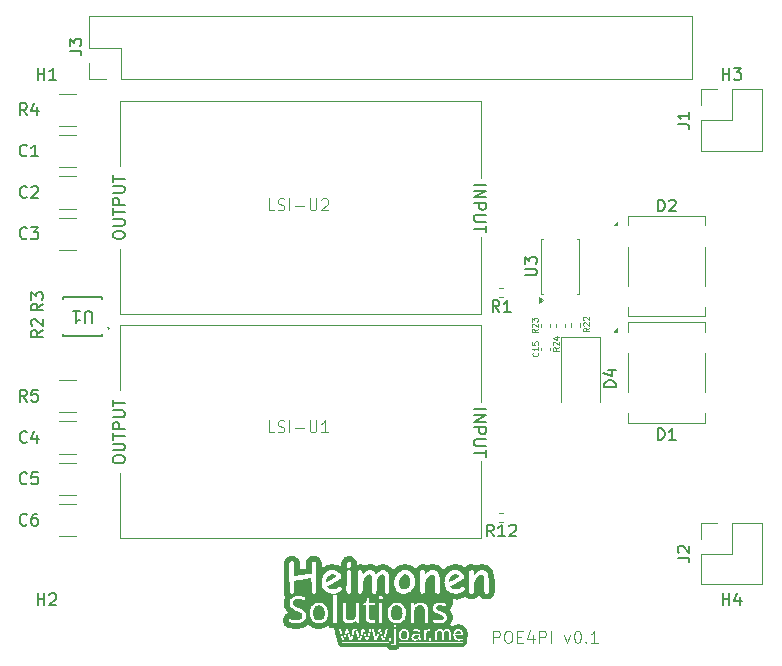
<source format=gbr>
%TF.GenerationSoftware,KiCad,Pcbnew,9.0.5*%
%TF.CreationDate,2025-10-24T16:15:45+02:00*%
%TF.ProjectId,poe4pi,706f6534-7069-42e6-9b69-6361645f7063,rev?*%
%TF.SameCoordinates,Original*%
%TF.FileFunction,Legend,Top*%
%TF.FilePolarity,Positive*%
%FSLAX46Y46*%
G04 Gerber Fmt 4.6, Leading zero omitted, Abs format (unit mm)*
G04 Created by KiCad (PCBNEW 9.0.5) date 2025-10-24 16:15:45*
%MOMM*%
%LPD*%
G01*
G04 APERTURE LIST*
%ADD10C,0.100000*%
%ADD11C,0.150000*%
%ADD12C,0.200000*%
%ADD13C,0.125000*%
%ADD14C,0.000000*%
%ADD15C,0.152400*%
%ADD16C,0.120000*%
G04 APERTURE END LIST*
D10*
X69303884Y-86872419D02*
X69303884Y-85872419D01*
X69303884Y-85872419D02*
X69684836Y-85872419D01*
X69684836Y-85872419D02*
X69780074Y-85920038D01*
X69780074Y-85920038D02*
X69827693Y-85967657D01*
X69827693Y-85967657D02*
X69875312Y-86062895D01*
X69875312Y-86062895D02*
X69875312Y-86205752D01*
X69875312Y-86205752D02*
X69827693Y-86300990D01*
X69827693Y-86300990D02*
X69780074Y-86348609D01*
X69780074Y-86348609D02*
X69684836Y-86396228D01*
X69684836Y-86396228D02*
X69303884Y-86396228D01*
X70494360Y-85872419D02*
X70684836Y-85872419D01*
X70684836Y-85872419D02*
X70780074Y-85920038D01*
X70780074Y-85920038D02*
X70875312Y-86015276D01*
X70875312Y-86015276D02*
X70922931Y-86205752D01*
X70922931Y-86205752D02*
X70922931Y-86539085D01*
X70922931Y-86539085D02*
X70875312Y-86729561D01*
X70875312Y-86729561D02*
X70780074Y-86824800D01*
X70780074Y-86824800D02*
X70684836Y-86872419D01*
X70684836Y-86872419D02*
X70494360Y-86872419D01*
X70494360Y-86872419D02*
X70399122Y-86824800D01*
X70399122Y-86824800D02*
X70303884Y-86729561D01*
X70303884Y-86729561D02*
X70256265Y-86539085D01*
X70256265Y-86539085D02*
X70256265Y-86205752D01*
X70256265Y-86205752D02*
X70303884Y-86015276D01*
X70303884Y-86015276D02*
X70399122Y-85920038D01*
X70399122Y-85920038D02*
X70494360Y-85872419D01*
X71351503Y-86348609D02*
X71684836Y-86348609D01*
X71827693Y-86872419D02*
X71351503Y-86872419D01*
X71351503Y-86872419D02*
X71351503Y-85872419D01*
X71351503Y-85872419D02*
X71827693Y-85872419D01*
X72684836Y-86205752D02*
X72684836Y-86872419D01*
X72446741Y-85824800D02*
X72208646Y-86539085D01*
X72208646Y-86539085D02*
X72827693Y-86539085D01*
X73208646Y-86872419D02*
X73208646Y-85872419D01*
X73208646Y-85872419D02*
X73589598Y-85872419D01*
X73589598Y-85872419D02*
X73684836Y-85920038D01*
X73684836Y-85920038D02*
X73732455Y-85967657D01*
X73732455Y-85967657D02*
X73780074Y-86062895D01*
X73780074Y-86062895D02*
X73780074Y-86205752D01*
X73780074Y-86205752D02*
X73732455Y-86300990D01*
X73732455Y-86300990D02*
X73684836Y-86348609D01*
X73684836Y-86348609D02*
X73589598Y-86396228D01*
X73589598Y-86396228D02*
X73208646Y-86396228D01*
X74208646Y-86872419D02*
X74208646Y-85872419D01*
X75351503Y-86205752D02*
X75589598Y-86872419D01*
X75589598Y-86872419D02*
X75827693Y-86205752D01*
X76399122Y-85872419D02*
X76494360Y-85872419D01*
X76494360Y-85872419D02*
X76589598Y-85920038D01*
X76589598Y-85920038D02*
X76637217Y-85967657D01*
X76637217Y-85967657D02*
X76684836Y-86062895D01*
X76684836Y-86062895D02*
X76732455Y-86253371D01*
X76732455Y-86253371D02*
X76732455Y-86491466D01*
X76732455Y-86491466D02*
X76684836Y-86681942D01*
X76684836Y-86681942D02*
X76637217Y-86777180D01*
X76637217Y-86777180D02*
X76589598Y-86824800D01*
X76589598Y-86824800D02*
X76494360Y-86872419D01*
X76494360Y-86872419D02*
X76399122Y-86872419D01*
X76399122Y-86872419D02*
X76303884Y-86824800D01*
X76303884Y-86824800D02*
X76256265Y-86777180D01*
X76256265Y-86777180D02*
X76208646Y-86681942D01*
X76208646Y-86681942D02*
X76161027Y-86491466D01*
X76161027Y-86491466D02*
X76161027Y-86253371D01*
X76161027Y-86253371D02*
X76208646Y-86062895D01*
X76208646Y-86062895D02*
X76256265Y-85967657D01*
X76256265Y-85967657D02*
X76303884Y-85920038D01*
X76303884Y-85920038D02*
X76399122Y-85872419D01*
X77161027Y-86777180D02*
X77208646Y-86824800D01*
X77208646Y-86824800D02*
X77161027Y-86872419D01*
X77161027Y-86872419D02*
X77113408Y-86824800D01*
X77113408Y-86824800D02*
X77161027Y-86777180D01*
X77161027Y-86777180D02*
X77161027Y-86872419D01*
X78161026Y-86872419D02*
X77589598Y-86872419D01*
X77875312Y-86872419D02*
X77875312Y-85872419D01*
X77875312Y-85872419D02*
X77780074Y-86015276D01*
X77780074Y-86015276D02*
X77684836Y-86110514D01*
X77684836Y-86110514D02*
X77589598Y-86158133D01*
D11*
X30738095Y-39204819D02*
X30738095Y-38204819D01*
X30738095Y-38681009D02*
X31309523Y-38681009D01*
X31309523Y-39204819D02*
X31309523Y-38204819D01*
X32309523Y-39204819D02*
X31738095Y-39204819D01*
X32023809Y-39204819D02*
X32023809Y-38204819D01*
X32023809Y-38204819D02*
X31928571Y-38347676D01*
X31928571Y-38347676D02*
X31833333Y-38442914D01*
X31833333Y-38442914D02*
X31738095Y-38490533D01*
X30738095Y-83704819D02*
X30738095Y-82704819D01*
X30738095Y-83181009D02*
X31309523Y-83181009D01*
X31309523Y-83704819D02*
X31309523Y-82704819D01*
X31738095Y-82800057D02*
X31785714Y-82752438D01*
X31785714Y-82752438D02*
X31880952Y-82704819D01*
X31880952Y-82704819D02*
X32119047Y-82704819D01*
X32119047Y-82704819D02*
X32214285Y-82752438D01*
X32214285Y-82752438D02*
X32261904Y-82800057D01*
X32261904Y-82800057D02*
X32309523Y-82895295D01*
X32309523Y-82895295D02*
X32309523Y-82990533D01*
X32309523Y-82990533D02*
X32261904Y-83133390D01*
X32261904Y-83133390D02*
X31690476Y-83704819D01*
X31690476Y-83704819D02*
X32309523Y-83704819D01*
X88738095Y-39204819D02*
X88738095Y-38204819D01*
X88738095Y-38681009D02*
X89309523Y-38681009D01*
X89309523Y-39204819D02*
X89309523Y-38204819D01*
X89690476Y-38204819D02*
X90309523Y-38204819D01*
X90309523Y-38204819D02*
X89976190Y-38585771D01*
X89976190Y-38585771D02*
X90119047Y-38585771D01*
X90119047Y-38585771D02*
X90214285Y-38633390D01*
X90214285Y-38633390D02*
X90261904Y-38681009D01*
X90261904Y-38681009D02*
X90309523Y-38776247D01*
X90309523Y-38776247D02*
X90309523Y-39014342D01*
X90309523Y-39014342D02*
X90261904Y-39109580D01*
X90261904Y-39109580D02*
X90214285Y-39157200D01*
X90214285Y-39157200D02*
X90119047Y-39204819D01*
X90119047Y-39204819D02*
X89833333Y-39204819D01*
X89833333Y-39204819D02*
X89738095Y-39157200D01*
X89738095Y-39157200D02*
X89690476Y-39109580D01*
X88738095Y-83704819D02*
X88738095Y-82704819D01*
X88738095Y-83181009D02*
X89309523Y-83181009D01*
X89309523Y-83704819D02*
X89309523Y-82704819D01*
X90214285Y-83038152D02*
X90214285Y-83704819D01*
X89976190Y-82657200D02*
X89738095Y-83371485D01*
X89738095Y-83371485D02*
X90357142Y-83371485D01*
X31204819Y-60416666D02*
X30728628Y-60749999D01*
X31204819Y-60988094D02*
X30204819Y-60988094D01*
X30204819Y-60988094D02*
X30204819Y-60607142D01*
X30204819Y-60607142D02*
X30252438Y-60511904D01*
X30252438Y-60511904D02*
X30300057Y-60464285D01*
X30300057Y-60464285D02*
X30395295Y-60416666D01*
X30395295Y-60416666D02*
X30538152Y-60416666D01*
X30538152Y-60416666D02*
X30633390Y-60464285D01*
X30633390Y-60464285D02*
X30681009Y-60511904D01*
X30681009Y-60511904D02*
X30728628Y-60607142D01*
X30728628Y-60607142D02*
X30728628Y-60988094D01*
X30300057Y-60035713D02*
X30252438Y-59988094D01*
X30252438Y-59988094D02*
X30204819Y-59892856D01*
X30204819Y-59892856D02*
X30204819Y-59654761D01*
X30204819Y-59654761D02*
X30252438Y-59559523D01*
X30252438Y-59559523D02*
X30300057Y-59511904D01*
X30300057Y-59511904D02*
X30395295Y-59464285D01*
X30395295Y-59464285D02*
X30490533Y-59464285D01*
X30490533Y-59464285D02*
X30633390Y-59511904D01*
X30633390Y-59511904D02*
X31204819Y-60083332D01*
X31204819Y-60083332D02*
X31204819Y-59464285D01*
X31204819Y-58166666D02*
X30728628Y-58499999D01*
X31204819Y-58738094D02*
X30204819Y-58738094D01*
X30204819Y-58738094D02*
X30204819Y-58357142D01*
X30204819Y-58357142D02*
X30252438Y-58261904D01*
X30252438Y-58261904D02*
X30300057Y-58214285D01*
X30300057Y-58214285D02*
X30395295Y-58166666D01*
X30395295Y-58166666D02*
X30538152Y-58166666D01*
X30538152Y-58166666D02*
X30633390Y-58214285D01*
X30633390Y-58214285D02*
X30681009Y-58261904D01*
X30681009Y-58261904D02*
X30728628Y-58357142D01*
X30728628Y-58357142D02*
X30728628Y-58738094D01*
X30204819Y-57833332D02*
X30204819Y-57214285D01*
X30204819Y-57214285D02*
X30585771Y-57547618D01*
X30585771Y-57547618D02*
X30585771Y-57404761D01*
X30585771Y-57404761D02*
X30633390Y-57309523D01*
X30633390Y-57309523D02*
X30681009Y-57261904D01*
X30681009Y-57261904D02*
X30776247Y-57214285D01*
X30776247Y-57214285D02*
X31014342Y-57214285D01*
X31014342Y-57214285D02*
X31109580Y-57261904D01*
X31109580Y-57261904D02*
X31157200Y-57309523D01*
X31157200Y-57309523D02*
X31204819Y-57404761D01*
X31204819Y-57404761D02*
X31204819Y-57690475D01*
X31204819Y-57690475D02*
X31157200Y-57785713D01*
X31157200Y-57785713D02*
X31109580Y-57833332D01*
X35314104Y-59795179D02*
X35314104Y-58985656D01*
X35314104Y-58985656D02*
X35266485Y-58890418D01*
X35266485Y-58890418D02*
X35218866Y-58842799D01*
X35218866Y-58842799D02*
X35123628Y-58795179D01*
X35123628Y-58795179D02*
X34933152Y-58795179D01*
X34933152Y-58795179D02*
X34837914Y-58842799D01*
X34837914Y-58842799D02*
X34790295Y-58890418D01*
X34790295Y-58890418D02*
X34742676Y-58985656D01*
X34742676Y-58985656D02*
X34742676Y-59795179D01*
X33742676Y-58795179D02*
X34314104Y-58795179D01*
X34028390Y-58795179D02*
X34028390Y-59795179D01*
X34028390Y-59795179D02*
X34123628Y-59652322D01*
X34123628Y-59652322D02*
X34218866Y-59557084D01*
X34218866Y-59557084D02*
X34314104Y-59509465D01*
D10*
X50776190Y-69057419D02*
X50300000Y-69057419D01*
X50300000Y-69057419D02*
X50300000Y-68057419D01*
X51061905Y-69009800D02*
X51204762Y-69057419D01*
X51204762Y-69057419D02*
X51442857Y-69057419D01*
X51442857Y-69057419D02*
X51538095Y-69009800D01*
X51538095Y-69009800D02*
X51585714Y-68962180D01*
X51585714Y-68962180D02*
X51633333Y-68866942D01*
X51633333Y-68866942D02*
X51633333Y-68771704D01*
X51633333Y-68771704D02*
X51585714Y-68676466D01*
X51585714Y-68676466D02*
X51538095Y-68628847D01*
X51538095Y-68628847D02*
X51442857Y-68581228D01*
X51442857Y-68581228D02*
X51252381Y-68533609D01*
X51252381Y-68533609D02*
X51157143Y-68485990D01*
X51157143Y-68485990D02*
X51109524Y-68438371D01*
X51109524Y-68438371D02*
X51061905Y-68343133D01*
X51061905Y-68343133D02*
X51061905Y-68247895D01*
X51061905Y-68247895D02*
X51109524Y-68152657D01*
X51109524Y-68152657D02*
X51157143Y-68105038D01*
X51157143Y-68105038D02*
X51252381Y-68057419D01*
X51252381Y-68057419D02*
X51490476Y-68057419D01*
X51490476Y-68057419D02*
X51633333Y-68105038D01*
X52061905Y-69057419D02*
X52061905Y-68057419D01*
X52538095Y-68676466D02*
X53300000Y-68676466D01*
X53776190Y-68057419D02*
X53776190Y-68866942D01*
X53776190Y-68866942D02*
X53823809Y-68962180D01*
X53823809Y-68962180D02*
X53871428Y-69009800D01*
X53871428Y-69009800D02*
X53966666Y-69057419D01*
X53966666Y-69057419D02*
X54157142Y-69057419D01*
X54157142Y-69057419D02*
X54252380Y-69009800D01*
X54252380Y-69009800D02*
X54299999Y-68962180D01*
X54299999Y-68962180D02*
X54347618Y-68866942D01*
X54347618Y-68866942D02*
X54347618Y-68057419D01*
X55347618Y-69057419D02*
X54776190Y-69057419D01*
X55061904Y-69057419D02*
X55061904Y-68057419D01*
X55061904Y-68057419D02*
X54966666Y-68200276D01*
X54966666Y-68200276D02*
X54871428Y-68295514D01*
X54871428Y-68295514D02*
X54776190Y-68343133D01*
D12*
X37117219Y-71439850D02*
X37117219Y-71249374D01*
X37117219Y-71249374D02*
X37164838Y-71154136D01*
X37164838Y-71154136D02*
X37260076Y-71058898D01*
X37260076Y-71058898D02*
X37450552Y-71011279D01*
X37450552Y-71011279D02*
X37783885Y-71011279D01*
X37783885Y-71011279D02*
X37974361Y-71058898D01*
X37974361Y-71058898D02*
X38069600Y-71154136D01*
X38069600Y-71154136D02*
X38117219Y-71249374D01*
X38117219Y-71249374D02*
X38117219Y-71439850D01*
X38117219Y-71439850D02*
X38069600Y-71535088D01*
X38069600Y-71535088D02*
X37974361Y-71630326D01*
X37974361Y-71630326D02*
X37783885Y-71677945D01*
X37783885Y-71677945D02*
X37450552Y-71677945D01*
X37450552Y-71677945D02*
X37260076Y-71630326D01*
X37260076Y-71630326D02*
X37164838Y-71535088D01*
X37164838Y-71535088D02*
X37117219Y-71439850D01*
X37117219Y-70582707D02*
X37926742Y-70582707D01*
X37926742Y-70582707D02*
X38021980Y-70535088D01*
X38021980Y-70535088D02*
X38069600Y-70487469D01*
X38069600Y-70487469D02*
X38117219Y-70392231D01*
X38117219Y-70392231D02*
X38117219Y-70201755D01*
X38117219Y-70201755D02*
X38069600Y-70106517D01*
X38069600Y-70106517D02*
X38021980Y-70058898D01*
X38021980Y-70058898D02*
X37926742Y-70011279D01*
X37926742Y-70011279D02*
X37117219Y-70011279D01*
X37117219Y-69677945D02*
X37117219Y-69106517D01*
X38117219Y-69392231D02*
X37117219Y-69392231D01*
X38117219Y-68773183D02*
X37117219Y-68773183D01*
X37117219Y-68773183D02*
X37117219Y-68392231D01*
X37117219Y-68392231D02*
X37164838Y-68296993D01*
X37164838Y-68296993D02*
X37212457Y-68249374D01*
X37212457Y-68249374D02*
X37307695Y-68201755D01*
X37307695Y-68201755D02*
X37450552Y-68201755D01*
X37450552Y-68201755D02*
X37545790Y-68249374D01*
X37545790Y-68249374D02*
X37593409Y-68296993D01*
X37593409Y-68296993D02*
X37641028Y-68392231D01*
X37641028Y-68392231D02*
X37641028Y-68773183D01*
X37117219Y-67773183D02*
X37926742Y-67773183D01*
X37926742Y-67773183D02*
X38021980Y-67725564D01*
X38021980Y-67725564D02*
X38069600Y-67677945D01*
X38069600Y-67677945D02*
X38117219Y-67582707D01*
X38117219Y-67582707D02*
X38117219Y-67392231D01*
X38117219Y-67392231D02*
X38069600Y-67296993D01*
X38069600Y-67296993D02*
X38021980Y-67249374D01*
X38021980Y-67249374D02*
X37926742Y-67201755D01*
X37926742Y-67201755D02*
X37117219Y-67201755D01*
X37117219Y-66868421D02*
X37117219Y-66296993D01*
X38117219Y-66582707D02*
X37117219Y-66582707D01*
X67682780Y-67119673D02*
X68682780Y-67119673D01*
X67682780Y-67595863D02*
X68682780Y-67595863D01*
X68682780Y-67595863D02*
X67682780Y-68167291D01*
X67682780Y-68167291D02*
X68682780Y-68167291D01*
X67682780Y-68643482D02*
X68682780Y-68643482D01*
X68682780Y-68643482D02*
X68682780Y-69024434D01*
X68682780Y-69024434D02*
X68635161Y-69119672D01*
X68635161Y-69119672D02*
X68587542Y-69167291D01*
X68587542Y-69167291D02*
X68492304Y-69214910D01*
X68492304Y-69214910D02*
X68349447Y-69214910D01*
X68349447Y-69214910D02*
X68254209Y-69167291D01*
X68254209Y-69167291D02*
X68206590Y-69119672D01*
X68206590Y-69119672D02*
X68158971Y-69024434D01*
X68158971Y-69024434D02*
X68158971Y-68643482D01*
X68682780Y-69643482D02*
X67873257Y-69643482D01*
X67873257Y-69643482D02*
X67778019Y-69691101D01*
X67778019Y-69691101D02*
X67730400Y-69738720D01*
X67730400Y-69738720D02*
X67682780Y-69833958D01*
X67682780Y-69833958D02*
X67682780Y-70024434D01*
X67682780Y-70024434D02*
X67730400Y-70119672D01*
X67730400Y-70119672D02*
X67778019Y-70167291D01*
X67778019Y-70167291D02*
X67873257Y-70214910D01*
X67873257Y-70214910D02*
X68682780Y-70214910D01*
X68682780Y-70548244D02*
X68682780Y-71119672D01*
X67682780Y-70833958D02*
X68682780Y-70833958D01*
D11*
X29833333Y-66454819D02*
X29500000Y-65978628D01*
X29261905Y-66454819D02*
X29261905Y-65454819D01*
X29261905Y-65454819D02*
X29642857Y-65454819D01*
X29642857Y-65454819D02*
X29738095Y-65502438D01*
X29738095Y-65502438D02*
X29785714Y-65550057D01*
X29785714Y-65550057D02*
X29833333Y-65645295D01*
X29833333Y-65645295D02*
X29833333Y-65788152D01*
X29833333Y-65788152D02*
X29785714Y-65883390D01*
X29785714Y-65883390D02*
X29738095Y-65931009D01*
X29738095Y-65931009D02*
X29642857Y-65978628D01*
X29642857Y-65978628D02*
X29261905Y-65978628D01*
X30738095Y-65454819D02*
X30261905Y-65454819D01*
X30261905Y-65454819D02*
X30214286Y-65931009D01*
X30214286Y-65931009D02*
X30261905Y-65883390D01*
X30261905Y-65883390D02*
X30357143Y-65835771D01*
X30357143Y-65835771D02*
X30595238Y-65835771D01*
X30595238Y-65835771D02*
X30690476Y-65883390D01*
X30690476Y-65883390D02*
X30738095Y-65931009D01*
X30738095Y-65931009D02*
X30785714Y-66026247D01*
X30785714Y-66026247D02*
X30785714Y-66264342D01*
X30785714Y-66264342D02*
X30738095Y-66359580D01*
X30738095Y-66359580D02*
X30690476Y-66407200D01*
X30690476Y-66407200D02*
X30595238Y-66454819D01*
X30595238Y-66454819D02*
X30357143Y-66454819D01*
X30357143Y-66454819D02*
X30261905Y-66407200D01*
X30261905Y-66407200D02*
X30214286Y-66359580D01*
X69833333Y-58874819D02*
X69500000Y-58398628D01*
X69261905Y-58874819D02*
X69261905Y-57874819D01*
X69261905Y-57874819D02*
X69642857Y-57874819D01*
X69642857Y-57874819D02*
X69738095Y-57922438D01*
X69738095Y-57922438D02*
X69785714Y-57970057D01*
X69785714Y-57970057D02*
X69833333Y-58065295D01*
X69833333Y-58065295D02*
X69833333Y-58208152D01*
X69833333Y-58208152D02*
X69785714Y-58303390D01*
X69785714Y-58303390D02*
X69738095Y-58351009D01*
X69738095Y-58351009D02*
X69642857Y-58398628D01*
X69642857Y-58398628D02*
X69261905Y-58398628D01*
X70785714Y-58874819D02*
X70214286Y-58874819D01*
X70500000Y-58874819D02*
X70500000Y-57874819D01*
X70500000Y-57874819D02*
X70404762Y-58017676D01*
X70404762Y-58017676D02*
X70309524Y-58112914D01*
X70309524Y-58112914D02*
X70214286Y-58160533D01*
D13*
X73077190Y-62321428D02*
X73101000Y-62345237D01*
X73101000Y-62345237D02*
X73124809Y-62416666D01*
X73124809Y-62416666D02*
X73124809Y-62464285D01*
X73124809Y-62464285D02*
X73101000Y-62535713D01*
X73101000Y-62535713D02*
X73053380Y-62583332D01*
X73053380Y-62583332D02*
X73005761Y-62607142D01*
X73005761Y-62607142D02*
X72910523Y-62630951D01*
X72910523Y-62630951D02*
X72839095Y-62630951D01*
X72839095Y-62630951D02*
X72743857Y-62607142D01*
X72743857Y-62607142D02*
X72696238Y-62583332D01*
X72696238Y-62583332D02*
X72648619Y-62535713D01*
X72648619Y-62535713D02*
X72624809Y-62464285D01*
X72624809Y-62464285D02*
X72624809Y-62416666D01*
X72624809Y-62416666D02*
X72648619Y-62345237D01*
X72648619Y-62345237D02*
X72672428Y-62321428D01*
X73124809Y-61845237D02*
X73124809Y-62130951D01*
X73124809Y-61988094D02*
X72624809Y-61988094D01*
X72624809Y-61988094D02*
X72696238Y-62035713D01*
X72696238Y-62035713D02*
X72743857Y-62083332D01*
X72743857Y-62083332D02*
X72767666Y-62130951D01*
X72624809Y-61392857D02*
X72624809Y-61630952D01*
X72624809Y-61630952D02*
X72862904Y-61654761D01*
X72862904Y-61654761D02*
X72839095Y-61630952D01*
X72839095Y-61630952D02*
X72815285Y-61583333D01*
X72815285Y-61583333D02*
X72815285Y-61464285D01*
X72815285Y-61464285D02*
X72839095Y-61416666D01*
X72839095Y-61416666D02*
X72862904Y-61392857D01*
X72862904Y-61392857D02*
X72910523Y-61369047D01*
X72910523Y-61369047D02*
X73029571Y-61369047D01*
X73029571Y-61369047D02*
X73077190Y-61392857D01*
X73077190Y-61392857D02*
X73101000Y-61416666D01*
X73101000Y-61416666D02*
X73124809Y-61464285D01*
X73124809Y-61464285D02*
X73124809Y-61583333D01*
X73124809Y-61583333D02*
X73101000Y-61630952D01*
X73101000Y-61630952D02*
X73077190Y-61654761D01*
D11*
X83261905Y-50354819D02*
X83261905Y-49354819D01*
X83261905Y-49354819D02*
X83500000Y-49354819D01*
X83500000Y-49354819D02*
X83642857Y-49402438D01*
X83642857Y-49402438D02*
X83738095Y-49497676D01*
X83738095Y-49497676D02*
X83785714Y-49592914D01*
X83785714Y-49592914D02*
X83833333Y-49783390D01*
X83833333Y-49783390D02*
X83833333Y-49926247D01*
X83833333Y-49926247D02*
X83785714Y-50116723D01*
X83785714Y-50116723D02*
X83738095Y-50211961D01*
X83738095Y-50211961D02*
X83642857Y-50307200D01*
X83642857Y-50307200D02*
X83500000Y-50354819D01*
X83500000Y-50354819D02*
X83261905Y-50354819D01*
X84214286Y-49450057D02*
X84261905Y-49402438D01*
X84261905Y-49402438D02*
X84357143Y-49354819D01*
X84357143Y-49354819D02*
X84595238Y-49354819D01*
X84595238Y-49354819D02*
X84690476Y-49402438D01*
X84690476Y-49402438D02*
X84738095Y-49450057D01*
X84738095Y-49450057D02*
X84785714Y-49545295D01*
X84785714Y-49545295D02*
X84785714Y-49640533D01*
X84785714Y-49640533D02*
X84738095Y-49783390D01*
X84738095Y-49783390D02*
X84166667Y-50354819D01*
X84166667Y-50354819D02*
X84785714Y-50354819D01*
X69357142Y-77874819D02*
X69023809Y-77398628D01*
X68785714Y-77874819D02*
X68785714Y-76874819D01*
X68785714Y-76874819D02*
X69166666Y-76874819D01*
X69166666Y-76874819D02*
X69261904Y-76922438D01*
X69261904Y-76922438D02*
X69309523Y-76970057D01*
X69309523Y-76970057D02*
X69357142Y-77065295D01*
X69357142Y-77065295D02*
X69357142Y-77208152D01*
X69357142Y-77208152D02*
X69309523Y-77303390D01*
X69309523Y-77303390D02*
X69261904Y-77351009D01*
X69261904Y-77351009D02*
X69166666Y-77398628D01*
X69166666Y-77398628D02*
X68785714Y-77398628D01*
X70309523Y-77874819D02*
X69738095Y-77874819D01*
X70023809Y-77874819D02*
X70023809Y-76874819D01*
X70023809Y-76874819D02*
X69928571Y-77017676D01*
X69928571Y-77017676D02*
X69833333Y-77112914D01*
X69833333Y-77112914D02*
X69738095Y-77160533D01*
X70690476Y-76970057D02*
X70738095Y-76922438D01*
X70738095Y-76922438D02*
X70833333Y-76874819D01*
X70833333Y-76874819D02*
X71071428Y-76874819D01*
X71071428Y-76874819D02*
X71166666Y-76922438D01*
X71166666Y-76922438D02*
X71214285Y-76970057D01*
X71214285Y-76970057D02*
X71261904Y-77065295D01*
X71261904Y-77065295D02*
X71261904Y-77160533D01*
X71261904Y-77160533D02*
X71214285Y-77303390D01*
X71214285Y-77303390D02*
X70642857Y-77874819D01*
X70642857Y-77874819D02*
X71261904Y-77874819D01*
D13*
X77424809Y-60221428D02*
X77186714Y-60388094D01*
X77424809Y-60507142D02*
X76924809Y-60507142D01*
X76924809Y-60507142D02*
X76924809Y-60316666D01*
X76924809Y-60316666D02*
X76948619Y-60269047D01*
X76948619Y-60269047D02*
X76972428Y-60245237D01*
X76972428Y-60245237D02*
X77020047Y-60221428D01*
X77020047Y-60221428D02*
X77091476Y-60221428D01*
X77091476Y-60221428D02*
X77139095Y-60245237D01*
X77139095Y-60245237D02*
X77162904Y-60269047D01*
X77162904Y-60269047D02*
X77186714Y-60316666D01*
X77186714Y-60316666D02*
X77186714Y-60507142D01*
X76972428Y-60030951D02*
X76948619Y-60007142D01*
X76948619Y-60007142D02*
X76924809Y-59959523D01*
X76924809Y-59959523D02*
X76924809Y-59840475D01*
X76924809Y-59840475D02*
X76948619Y-59792856D01*
X76948619Y-59792856D02*
X76972428Y-59769047D01*
X76972428Y-59769047D02*
X77020047Y-59745237D01*
X77020047Y-59745237D02*
X77067666Y-59745237D01*
X77067666Y-59745237D02*
X77139095Y-59769047D01*
X77139095Y-59769047D02*
X77424809Y-60054761D01*
X77424809Y-60054761D02*
X77424809Y-59745237D01*
X76972428Y-59554761D02*
X76948619Y-59530952D01*
X76948619Y-59530952D02*
X76924809Y-59483333D01*
X76924809Y-59483333D02*
X76924809Y-59364285D01*
X76924809Y-59364285D02*
X76948619Y-59316666D01*
X76948619Y-59316666D02*
X76972428Y-59292857D01*
X76972428Y-59292857D02*
X77020047Y-59269047D01*
X77020047Y-59269047D02*
X77067666Y-59269047D01*
X77067666Y-59269047D02*
X77139095Y-59292857D01*
X77139095Y-59292857D02*
X77424809Y-59578571D01*
X77424809Y-59578571D02*
X77424809Y-59269047D01*
D11*
X29833333Y-49109580D02*
X29785714Y-49157200D01*
X29785714Y-49157200D02*
X29642857Y-49204819D01*
X29642857Y-49204819D02*
X29547619Y-49204819D01*
X29547619Y-49204819D02*
X29404762Y-49157200D01*
X29404762Y-49157200D02*
X29309524Y-49061961D01*
X29309524Y-49061961D02*
X29261905Y-48966723D01*
X29261905Y-48966723D02*
X29214286Y-48776247D01*
X29214286Y-48776247D02*
X29214286Y-48633390D01*
X29214286Y-48633390D02*
X29261905Y-48442914D01*
X29261905Y-48442914D02*
X29309524Y-48347676D01*
X29309524Y-48347676D02*
X29404762Y-48252438D01*
X29404762Y-48252438D02*
X29547619Y-48204819D01*
X29547619Y-48204819D02*
X29642857Y-48204819D01*
X29642857Y-48204819D02*
X29785714Y-48252438D01*
X29785714Y-48252438D02*
X29833333Y-48300057D01*
X30214286Y-48300057D02*
X30261905Y-48252438D01*
X30261905Y-48252438D02*
X30357143Y-48204819D01*
X30357143Y-48204819D02*
X30595238Y-48204819D01*
X30595238Y-48204819D02*
X30690476Y-48252438D01*
X30690476Y-48252438D02*
X30738095Y-48300057D01*
X30738095Y-48300057D02*
X30785714Y-48395295D01*
X30785714Y-48395295D02*
X30785714Y-48490533D01*
X30785714Y-48490533D02*
X30738095Y-48633390D01*
X30738095Y-48633390D02*
X30166667Y-49204819D01*
X30166667Y-49204819D02*
X30785714Y-49204819D01*
X29833333Y-42204819D02*
X29500000Y-41728628D01*
X29261905Y-42204819D02*
X29261905Y-41204819D01*
X29261905Y-41204819D02*
X29642857Y-41204819D01*
X29642857Y-41204819D02*
X29738095Y-41252438D01*
X29738095Y-41252438D02*
X29785714Y-41300057D01*
X29785714Y-41300057D02*
X29833333Y-41395295D01*
X29833333Y-41395295D02*
X29833333Y-41538152D01*
X29833333Y-41538152D02*
X29785714Y-41633390D01*
X29785714Y-41633390D02*
X29738095Y-41681009D01*
X29738095Y-41681009D02*
X29642857Y-41728628D01*
X29642857Y-41728628D02*
X29261905Y-41728628D01*
X30690476Y-41538152D02*
X30690476Y-42204819D01*
X30452381Y-41157200D02*
X30214286Y-41871485D01*
X30214286Y-41871485D02*
X30833333Y-41871485D01*
D10*
X50776190Y-50257419D02*
X50300000Y-50257419D01*
X50300000Y-50257419D02*
X50300000Y-49257419D01*
X51061905Y-50209800D02*
X51204762Y-50257419D01*
X51204762Y-50257419D02*
X51442857Y-50257419D01*
X51442857Y-50257419D02*
X51538095Y-50209800D01*
X51538095Y-50209800D02*
X51585714Y-50162180D01*
X51585714Y-50162180D02*
X51633333Y-50066942D01*
X51633333Y-50066942D02*
X51633333Y-49971704D01*
X51633333Y-49971704D02*
X51585714Y-49876466D01*
X51585714Y-49876466D02*
X51538095Y-49828847D01*
X51538095Y-49828847D02*
X51442857Y-49781228D01*
X51442857Y-49781228D02*
X51252381Y-49733609D01*
X51252381Y-49733609D02*
X51157143Y-49685990D01*
X51157143Y-49685990D02*
X51109524Y-49638371D01*
X51109524Y-49638371D02*
X51061905Y-49543133D01*
X51061905Y-49543133D02*
X51061905Y-49447895D01*
X51061905Y-49447895D02*
X51109524Y-49352657D01*
X51109524Y-49352657D02*
X51157143Y-49305038D01*
X51157143Y-49305038D02*
X51252381Y-49257419D01*
X51252381Y-49257419D02*
X51490476Y-49257419D01*
X51490476Y-49257419D02*
X51633333Y-49305038D01*
X52061905Y-50257419D02*
X52061905Y-49257419D01*
X52538095Y-49876466D02*
X53300000Y-49876466D01*
X53776190Y-49257419D02*
X53776190Y-50066942D01*
X53776190Y-50066942D02*
X53823809Y-50162180D01*
X53823809Y-50162180D02*
X53871428Y-50209800D01*
X53871428Y-50209800D02*
X53966666Y-50257419D01*
X53966666Y-50257419D02*
X54157142Y-50257419D01*
X54157142Y-50257419D02*
X54252380Y-50209800D01*
X54252380Y-50209800D02*
X54299999Y-50162180D01*
X54299999Y-50162180D02*
X54347618Y-50066942D01*
X54347618Y-50066942D02*
X54347618Y-49257419D01*
X54776190Y-49352657D02*
X54823809Y-49305038D01*
X54823809Y-49305038D02*
X54919047Y-49257419D01*
X54919047Y-49257419D02*
X55157142Y-49257419D01*
X55157142Y-49257419D02*
X55252380Y-49305038D01*
X55252380Y-49305038D02*
X55299999Y-49352657D01*
X55299999Y-49352657D02*
X55347618Y-49447895D01*
X55347618Y-49447895D02*
X55347618Y-49543133D01*
X55347618Y-49543133D02*
X55299999Y-49685990D01*
X55299999Y-49685990D02*
X54728571Y-50257419D01*
X54728571Y-50257419D02*
X55347618Y-50257419D01*
D12*
X67682780Y-48119673D02*
X68682780Y-48119673D01*
X67682780Y-48595863D02*
X68682780Y-48595863D01*
X68682780Y-48595863D02*
X67682780Y-49167291D01*
X67682780Y-49167291D02*
X68682780Y-49167291D01*
X67682780Y-49643482D02*
X68682780Y-49643482D01*
X68682780Y-49643482D02*
X68682780Y-50024434D01*
X68682780Y-50024434D02*
X68635161Y-50119672D01*
X68635161Y-50119672D02*
X68587542Y-50167291D01*
X68587542Y-50167291D02*
X68492304Y-50214910D01*
X68492304Y-50214910D02*
X68349447Y-50214910D01*
X68349447Y-50214910D02*
X68254209Y-50167291D01*
X68254209Y-50167291D02*
X68206590Y-50119672D01*
X68206590Y-50119672D02*
X68158971Y-50024434D01*
X68158971Y-50024434D02*
X68158971Y-49643482D01*
X68682780Y-50643482D02*
X67873257Y-50643482D01*
X67873257Y-50643482D02*
X67778019Y-50691101D01*
X67778019Y-50691101D02*
X67730400Y-50738720D01*
X67730400Y-50738720D02*
X67682780Y-50833958D01*
X67682780Y-50833958D02*
X67682780Y-51024434D01*
X67682780Y-51024434D02*
X67730400Y-51119672D01*
X67730400Y-51119672D02*
X67778019Y-51167291D01*
X67778019Y-51167291D02*
X67873257Y-51214910D01*
X67873257Y-51214910D02*
X68682780Y-51214910D01*
X68682780Y-51548244D02*
X68682780Y-52119672D01*
X67682780Y-51833958D02*
X68682780Y-51833958D01*
X37117219Y-52439850D02*
X37117219Y-52249374D01*
X37117219Y-52249374D02*
X37164838Y-52154136D01*
X37164838Y-52154136D02*
X37260076Y-52058898D01*
X37260076Y-52058898D02*
X37450552Y-52011279D01*
X37450552Y-52011279D02*
X37783885Y-52011279D01*
X37783885Y-52011279D02*
X37974361Y-52058898D01*
X37974361Y-52058898D02*
X38069600Y-52154136D01*
X38069600Y-52154136D02*
X38117219Y-52249374D01*
X38117219Y-52249374D02*
X38117219Y-52439850D01*
X38117219Y-52439850D02*
X38069600Y-52535088D01*
X38069600Y-52535088D02*
X37974361Y-52630326D01*
X37974361Y-52630326D02*
X37783885Y-52677945D01*
X37783885Y-52677945D02*
X37450552Y-52677945D01*
X37450552Y-52677945D02*
X37260076Y-52630326D01*
X37260076Y-52630326D02*
X37164838Y-52535088D01*
X37164838Y-52535088D02*
X37117219Y-52439850D01*
X37117219Y-51582707D02*
X37926742Y-51582707D01*
X37926742Y-51582707D02*
X38021980Y-51535088D01*
X38021980Y-51535088D02*
X38069600Y-51487469D01*
X38069600Y-51487469D02*
X38117219Y-51392231D01*
X38117219Y-51392231D02*
X38117219Y-51201755D01*
X38117219Y-51201755D02*
X38069600Y-51106517D01*
X38069600Y-51106517D02*
X38021980Y-51058898D01*
X38021980Y-51058898D02*
X37926742Y-51011279D01*
X37926742Y-51011279D02*
X37117219Y-51011279D01*
X37117219Y-50677945D02*
X37117219Y-50106517D01*
X38117219Y-50392231D02*
X37117219Y-50392231D01*
X38117219Y-49773183D02*
X37117219Y-49773183D01*
X37117219Y-49773183D02*
X37117219Y-49392231D01*
X37117219Y-49392231D02*
X37164838Y-49296993D01*
X37164838Y-49296993D02*
X37212457Y-49249374D01*
X37212457Y-49249374D02*
X37307695Y-49201755D01*
X37307695Y-49201755D02*
X37450552Y-49201755D01*
X37450552Y-49201755D02*
X37545790Y-49249374D01*
X37545790Y-49249374D02*
X37593409Y-49296993D01*
X37593409Y-49296993D02*
X37641028Y-49392231D01*
X37641028Y-49392231D02*
X37641028Y-49773183D01*
X37117219Y-48773183D02*
X37926742Y-48773183D01*
X37926742Y-48773183D02*
X38021980Y-48725564D01*
X38021980Y-48725564D02*
X38069600Y-48677945D01*
X38069600Y-48677945D02*
X38117219Y-48582707D01*
X38117219Y-48582707D02*
X38117219Y-48392231D01*
X38117219Y-48392231D02*
X38069600Y-48296993D01*
X38069600Y-48296993D02*
X38021980Y-48249374D01*
X38021980Y-48249374D02*
X37926742Y-48201755D01*
X37926742Y-48201755D02*
X37117219Y-48201755D01*
X37117219Y-47868421D02*
X37117219Y-47296993D01*
X38117219Y-47582707D02*
X37117219Y-47582707D01*
D11*
X29833333Y-76859580D02*
X29785714Y-76907200D01*
X29785714Y-76907200D02*
X29642857Y-76954819D01*
X29642857Y-76954819D02*
X29547619Y-76954819D01*
X29547619Y-76954819D02*
X29404762Y-76907200D01*
X29404762Y-76907200D02*
X29309524Y-76811961D01*
X29309524Y-76811961D02*
X29261905Y-76716723D01*
X29261905Y-76716723D02*
X29214286Y-76526247D01*
X29214286Y-76526247D02*
X29214286Y-76383390D01*
X29214286Y-76383390D02*
X29261905Y-76192914D01*
X29261905Y-76192914D02*
X29309524Y-76097676D01*
X29309524Y-76097676D02*
X29404762Y-76002438D01*
X29404762Y-76002438D02*
X29547619Y-75954819D01*
X29547619Y-75954819D02*
X29642857Y-75954819D01*
X29642857Y-75954819D02*
X29785714Y-76002438D01*
X29785714Y-76002438D02*
X29833333Y-76050057D01*
X30690476Y-75954819D02*
X30500000Y-75954819D01*
X30500000Y-75954819D02*
X30404762Y-76002438D01*
X30404762Y-76002438D02*
X30357143Y-76050057D01*
X30357143Y-76050057D02*
X30261905Y-76192914D01*
X30261905Y-76192914D02*
X30214286Y-76383390D01*
X30214286Y-76383390D02*
X30214286Y-76764342D01*
X30214286Y-76764342D02*
X30261905Y-76859580D01*
X30261905Y-76859580D02*
X30309524Y-76907200D01*
X30309524Y-76907200D02*
X30404762Y-76954819D01*
X30404762Y-76954819D02*
X30595238Y-76954819D01*
X30595238Y-76954819D02*
X30690476Y-76907200D01*
X30690476Y-76907200D02*
X30738095Y-76859580D01*
X30738095Y-76859580D02*
X30785714Y-76764342D01*
X30785714Y-76764342D02*
X30785714Y-76526247D01*
X30785714Y-76526247D02*
X30738095Y-76431009D01*
X30738095Y-76431009D02*
X30690476Y-76383390D01*
X30690476Y-76383390D02*
X30595238Y-76335771D01*
X30595238Y-76335771D02*
X30404762Y-76335771D01*
X30404762Y-76335771D02*
X30309524Y-76383390D01*
X30309524Y-76383390D02*
X30261905Y-76431009D01*
X30261905Y-76431009D02*
X30214286Y-76526247D01*
X83261905Y-69704819D02*
X83261905Y-68704819D01*
X83261905Y-68704819D02*
X83500000Y-68704819D01*
X83500000Y-68704819D02*
X83642857Y-68752438D01*
X83642857Y-68752438D02*
X83738095Y-68847676D01*
X83738095Y-68847676D02*
X83785714Y-68942914D01*
X83785714Y-68942914D02*
X83833333Y-69133390D01*
X83833333Y-69133390D02*
X83833333Y-69276247D01*
X83833333Y-69276247D02*
X83785714Y-69466723D01*
X83785714Y-69466723D02*
X83738095Y-69561961D01*
X83738095Y-69561961D02*
X83642857Y-69657200D01*
X83642857Y-69657200D02*
X83500000Y-69704819D01*
X83500000Y-69704819D02*
X83261905Y-69704819D01*
X84785714Y-69704819D02*
X84214286Y-69704819D01*
X84500000Y-69704819D02*
X84500000Y-68704819D01*
X84500000Y-68704819D02*
X84404762Y-68847676D01*
X84404762Y-68847676D02*
X84309524Y-68942914D01*
X84309524Y-68942914D02*
X84214286Y-68990533D01*
X84934819Y-79663333D02*
X85649104Y-79663333D01*
X85649104Y-79663333D02*
X85791961Y-79710952D01*
X85791961Y-79710952D02*
X85887200Y-79806190D01*
X85887200Y-79806190D02*
X85934819Y-79949047D01*
X85934819Y-79949047D02*
X85934819Y-80044285D01*
X85030057Y-79234761D02*
X84982438Y-79187142D01*
X84982438Y-79187142D02*
X84934819Y-79091904D01*
X84934819Y-79091904D02*
X84934819Y-78853809D01*
X84934819Y-78853809D02*
X84982438Y-78758571D01*
X84982438Y-78758571D02*
X85030057Y-78710952D01*
X85030057Y-78710952D02*
X85125295Y-78663333D01*
X85125295Y-78663333D02*
X85220533Y-78663333D01*
X85220533Y-78663333D02*
X85363390Y-78710952D01*
X85363390Y-78710952D02*
X85934819Y-79282380D01*
X85934819Y-79282380D02*
X85934819Y-78663333D01*
D13*
X73074809Y-60321428D02*
X72836714Y-60488094D01*
X73074809Y-60607142D02*
X72574809Y-60607142D01*
X72574809Y-60607142D02*
X72574809Y-60416666D01*
X72574809Y-60416666D02*
X72598619Y-60369047D01*
X72598619Y-60369047D02*
X72622428Y-60345237D01*
X72622428Y-60345237D02*
X72670047Y-60321428D01*
X72670047Y-60321428D02*
X72741476Y-60321428D01*
X72741476Y-60321428D02*
X72789095Y-60345237D01*
X72789095Y-60345237D02*
X72812904Y-60369047D01*
X72812904Y-60369047D02*
X72836714Y-60416666D01*
X72836714Y-60416666D02*
X72836714Y-60607142D01*
X72622428Y-60130951D02*
X72598619Y-60107142D01*
X72598619Y-60107142D02*
X72574809Y-60059523D01*
X72574809Y-60059523D02*
X72574809Y-59940475D01*
X72574809Y-59940475D02*
X72598619Y-59892856D01*
X72598619Y-59892856D02*
X72622428Y-59869047D01*
X72622428Y-59869047D02*
X72670047Y-59845237D01*
X72670047Y-59845237D02*
X72717666Y-59845237D01*
X72717666Y-59845237D02*
X72789095Y-59869047D01*
X72789095Y-59869047D02*
X73074809Y-60154761D01*
X73074809Y-60154761D02*
X73074809Y-59845237D01*
X72574809Y-59678571D02*
X72574809Y-59369047D01*
X72574809Y-59369047D02*
X72765285Y-59535714D01*
X72765285Y-59535714D02*
X72765285Y-59464285D01*
X72765285Y-59464285D02*
X72789095Y-59416666D01*
X72789095Y-59416666D02*
X72812904Y-59392857D01*
X72812904Y-59392857D02*
X72860523Y-59369047D01*
X72860523Y-59369047D02*
X72979571Y-59369047D01*
X72979571Y-59369047D02*
X73027190Y-59392857D01*
X73027190Y-59392857D02*
X73051000Y-59416666D01*
X73051000Y-59416666D02*
X73074809Y-59464285D01*
X73074809Y-59464285D02*
X73074809Y-59607142D01*
X73074809Y-59607142D02*
X73051000Y-59654761D01*
X73051000Y-59654761D02*
X73027190Y-59678571D01*
X74874809Y-61871428D02*
X74636714Y-62038094D01*
X74874809Y-62157142D02*
X74374809Y-62157142D01*
X74374809Y-62157142D02*
X74374809Y-61966666D01*
X74374809Y-61966666D02*
X74398619Y-61919047D01*
X74398619Y-61919047D02*
X74422428Y-61895237D01*
X74422428Y-61895237D02*
X74470047Y-61871428D01*
X74470047Y-61871428D02*
X74541476Y-61871428D01*
X74541476Y-61871428D02*
X74589095Y-61895237D01*
X74589095Y-61895237D02*
X74612904Y-61919047D01*
X74612904Y-61919047D02*
X74636714Y-61966666D01*
X74636714Y-61966666D02*
X74636714Y-62157142D01*
X74422428Y-61680951D02*
X74398619Y-61657142D01*
X74398619Y-61657142D02*
X74374809Y-61609523D01*
X74374809Y-61609523D02*
X74374809Y-61490475D01*
X74374809Y-61490475D02*
X74398619Y-61442856D01*
X74398619Y-61442856D02*
X74422428Y-61419047D01*
X74422428Y-61419047D02*
X74470047Y-61395237D01*
X74470047Y-61395237D02*
X74517666Y-61395237D01*
X74517666Y-61395237D02*
X74589095Y-61419047D01*
X74589095Y-61419047D02*
X74874809Y-61704761D01*
X74874809Y-61704761D02*
X74874809Y-61395237D01*
X74541476Y-60966666D02*
X74874809Y-60966666D01*
X74351000Y-61085714D02*
X74708142Y-61204761D01*
X74708142Y-61204761D02*
X74708142Y-60895238D01*
D11*
X29833333Y-69859580D02*
X29785714Y-69907200D01*
X29785714Y-69907200D02*
X29642857Y-69954819D01*
X29642857Y-69954819D02*
X29547619Y-69954819D01*
X29547619Y-69954819D02*
X29404762Y-69907200D01*
X29404762Y-69907200D02*
X29309524Y-69811961D01*
X29309524Y-69811961D02*
X29261905Y-69716723D01*
X29261905Y-69716723D02*
X29214286Y-69526247D01*
X29214286Y-69526247D02*
X29214286Y-69383390D01*
X29214286Y-69383390D02*
X29261905Y-69192914D01*
X29261905Y-69192914D02*
X29309524Y-69097676D01*
X29309524Y-69097676D02*
X29404762Y-69002438D01*
X29404762Y-69002438D02*
X29547619Y-68954819D01*
X29547619Y-68954819D02*
X29642857Y-68954819D01*
X29642857Y-68954819D02*
X29785714Y-69002438D01*
X29785714Y-69002438D02*
X29833333Y-69050057D01*
X30690476Y-69288152D02*
X30690476Y-69954819D01*
X30452381Y-68907200D02*
X30214286Y-69621485D01*
X30214286Y-69621485D02*
X30833333Y-69621485D01*
X29833333Y-52609580D02*
X29785714Y-52657200D01*
X29785714Y-52657200D02*
X29642857Y-52704819D01*
X29642857Y-52704819D02*
X29547619Y-52704819D01*
X29547619Y-52704819D02*
X29404762Y-52657200D01*
X29404762Y-52657200D02*
X29309524Y-52561961D01*
X29309524Y-52561961D02*
X29261905Y-52466723D01*
X29261905Y-52466723D02*
X29214286Y-52276247D01*
X29214286Y-52276247D02*
X29214286Y-52133390D01*
X29214286Y-52133390D02*
X29261905Y-51942914D01*
X29261905Y-51942914D02*
X29309524Y-51847676D01*
X29309524Y-51847676D02*
X29404762Y-51752438D01*
X29404762Y-51752438D02*
X29547619Y-51704819D01*
X29547619Y-51704819D02*
X29642857Y-51704819D01*
X29642857Y-51704819D02*
X29785714Y-51752438D01*
X29785714Y-51752438D02*
X29833333Y-51800057D01*
X30166667Y-51704819D02*
X30785714Y-51704819D01*
X30785714Y-51704819D02*
X30452381Y-52085771D01*
X30452381Y-52085771D02*
X30595238Y-52085771D01*
X30595238Y-52085771D02*
X30690476Y-52133390D01*
X30690476Y-52133390D02*
X30738095Y-52181009D01*
X30738095Y-52181009D02*
X30785714Y-52276247D01*
X30785714Y-52276247D02*
X30785714Y-52514342D01*
X30785714Y-52514342D02*
X30738095Y-52609580D01*
X30738095Y-52609580D02*
X30690476Y-52657200D01*
X30690476Y-52657200D02*
X30595238Y-52704819D01*
X30595238Y-52704819D02*
X30309524Y-52704819D01*
X30309524Y-52704819D02*
X30214286Y-52657200D01*
X30214286Y-52657200D02*
X30166667Y-52609580D01*
X79704819Y-65238094D02*
X78704819Y-65238094D01*
X78704819Y-65238094D02*
X78704819Y-64999999D01*
X78704819Y-64999999D02*
X78752438Y-64857142D01*
X78752438Y-64857142D02*
X78847676Y-64761904D01*
X78847676Y-64761904D02*
X78942914Y-64714285D01*
X78942914Y-64714285D02*
X79133390Y-64666666D01*
X79133390Y-64666666D02*
X79276247Y-64666666D01*
X79276247Y-64666666D02*
X79466723Y-64714285D01*
X79466723Y-64714285D02*
X79561961Y-64761904D01*
X79561961Y-64761904D02*
X79657200Y-64857142D01*
X79657200Y-64857142D02*
X79704819Y-64999999D01*
X79704819Y-64999999D02*
X79704819Y-65238094D01*
X79038152Y-63809523D02*
X79704819Y-63809523D01*
X78657200Y-64047618D02*
X79371485Y-64285713D01*
X79371485Y-64285713D02*
X79371485Y-63666666D01*
X29833333Y-45609580D02*
X29785714Y-45657200D01*
X29785714Y-45657200D02*
X29642857Y-45704819D01*
X29642857Y-45704819D02*
X29547619Y-45704819D01*
X29547619Y-45704819D02*
X29404762Y-45657200D01*
X29404762Y-45657200D02*
X29309524Y-45561961D01*
X29309524Y-45561961D02*
X29261905Y-45466723D01*
X29261905Y-45466723D02*
X29214286Y-45276247D01*
X29214286Y-45276247D02*
X29214286Y-45133390D01*
X29214286Y-45133390D02*
X29261905Y-44942914D01*
X29261905Y-44942914D02*
X29309524Y-44847676D01*
X29309524Y-44847676D02*
X29404762Y-44752438D01*
X29404762Y-44752438D02*
X29547619Y-44704819D01*
X29547619Y-44704819D02*
X29642857Y-44704819D01*
X29642857Y-44704819D02*
X29785714Y-44752438D01*
X29785714Y-44752438D02*
X29833333Y-44800057D01*
X30785714Y-45704819D02*
X30214286Y-45704819D01*
X30500000Y-45704819D02*
X30500000Y-44704819D01*
X30500000Y-44704819D02*
X30404762Y-44847676D01*
X30404762Y-44847676D02*
X30309524Y-44942914D01*
X30309524Y-44942914D02*
X30214286Y-44990533D01*
X29833333Y-73359580D02*
X29785714Y-73407200D01*
X29785714Y-73407200D02*
X29642857Y-73454819D01*
X29642857Y-73454819D02*
X29547619Y-73454819D01*
X29547619Y-73454819D02*
X29404762Y-73407200D01*
X29404762Y-73407200D02*
X29309524Y-73311961D01*
X29309524Y-73311961D02*
X29261905Y-73216723D01*
X29261905Y-73216723D02*
X29214286Y-73026247D01*
X29214286Y-73026247D02*
X29214286Y-72883390D01*
X29214286Y-72883390D02*
X29261905Y-72692914D01*
X29261905Y-72692914D02*
X29309524Y-72597676D01*
X29309524Y-72597676D02*
X29404762Y-72502438D01*
X29404762Y-72502438D02*
X29547619Y-72454819D01*
X29547619Y-72454819D02*
X29642857Y-72454819D01*
X29642857Y-72454819D02*
X29785714Y-72502438D01*
X29785714Y-72502438D02*
X29833333Y-72550057D01*
X30738095Y-72454819D02*
X30261905Y-72454819D01*
X30261905Y-72454819D02*
X30214286Y-72931009D01*
X30214286Y-72931009D02*
X30261905Y-72883390D01*
X30261905Y-72883390D02*
X30357143Y-72835771D01*
X30357143Y-72835771D02*
X30595238Y-72835771D01*
X30595238Y-72835771D02*
X30690476Y-72883390D01*
X30690476Y-72883390D02*
X30738095Y-72931009D01*
X30738095Y-72931009D02*
X30785714Y-73026247D01*
X30785714Y-73026247D02*
X30785714Y-73264342D01*
X30785714Y-73264342D02*
X30738095Y-73359580D01*
X30738095Y-73359580D02*
X30690476Y-73407200D01*
X30690476Y-73407200D02*
X30595238Y-73454819D01*
X30595238Y-73454819D02*
X30357143Y-73454819D01*
X30357143Y-73454819D02*
X30261905Y-73407200D01*
X30261905Y-73407200D02*
X30214286Y-73359580D01*
X72004819Y-55761904D02*
X72814342Y-55761904D01*
X72814342Y-55761904D02*
X72909580Y-55714285D01*
X72909580Y-55714285D02*
X72957200Y-55666666D01*
X72957200Y-55666666D02*
X73004819Y-55571428D01*
X73004819Y-55571428D02*
X73004819Y-55380952D01*
X73004819Y-55380952D02*
X72957200Y-55285714D01*
X72957200Y-55285714D02*
X72909580Y-55238095D01*
X72909580Y-55238095D02*
X72814342Y-55190476D01*
X72814342Y-55190476D02*
X72004819Y-55190476D01*
X72004819Y-54809523D02*
X72004819Y-54190476D01*
X72004819Y-54190476D02*
X72385771Y-54523809D01*
X72385771Y-54523809D02*
X72385771Y-54380952D01*
X72385771Y-54380952D02*
X72433390Y-54285714D01*
X72433390Y-54285714D02*
X72481009Y-54238095D01*
X72481009Y-54238095D02*
X72576247Y-54190476D01*
X72576247Y-54190476D02*
X72814342Y-54190476D01*
X72814342Y-54190476D02*
X72909580Y-54238095D01*
X72909580Y-54238095D02*
X72957200Y-54285714D01*
X72957200Y-54285714D02*
X73004819Y-54380952D01*
X73004819Y-54380952D02*
X73004819Y-54666666D01*
X73004819Y-54666666D02*
X72957200Y-54761904D01*
X72957200Y-54761904D02*
X72909580Y-54809523D01*
X84934819Y-42963333D02*
X85649104Y-42963333D01*
X85649104Y-42963333D02*
X85791961Y-43010952D01*
X85791961Y-43010952D02*
X85887200Y-43106190D01*
X85887200Y-43106190D02*
X85934819Y-43249047D01*
X85934819Y-43249047D02*
X85934819Y-43344285D01*
X85934819Y-41963333D02*
X85934819Y-42534761D01*
X85934819Y-42249047D02*
X84934819Y-42249047D01*
X84934819Y-42249047D02*
X85077676Y-42344285D01*
X85077676Y-42344285D02*
X85172914Y-42439523D01*
X85172914Y-42439523D02*
X85220533Y-42534761D01*
X33454819Y-36733333D02*
X34169104Y-36733333D01*
X34169104Y-36733333D02*
X34311961Y-36780952D01*
X34311961Y-36780952D02*
X34407200Y-36876190D01*
X34407200Y-36876190D02*
X34454819Y-37019047D01*
X34454819Y-37019047D02*
X34454819Y-37114285D01*
X33454819Y-36352380D02*
X33454819Y-35733333D01*
X33454819Y-35733333D02*
X33835771Y-36066666D01*
X33835771Y-36066666D02*
X33835771Y-35923809D01*
X33835771Y-35923809D02*
X33883390Y-35828571D01*
X33883390Y-35828571D02*
X33931009Y-35780952D01*
X33931009Y-35780952D02*
X34026247Y-35733333D01*
X34026247Y-35733333D02*
X34264342Y-35733333D01*
X34264342Y-35733333D02*
X34359580Y-35780952D01*
X34359580Y-35780952D02*
X34407200Y-35828571D01*
X34407200Y-35828571D02*
X34454819Y-35923809D01*
X34454819Y-35923809D02*
X34454819Y-36209523D01*
X34454819Y-36209523D02*
X34407200Y-36304761D01*
X34407200Y-36304761D02*
X34359580Y-36352380D01*
D14*
%TO.C,G\u002A\u002A\u002A*%
G36*
X66424948Y-85840313D02*
G01*
X66447290Y-85846122D01*
X66472017Y-85857343D01*
X66481203Y-85862105D01*
X66509246Y-85878470D01*
X66528802Y-85895578D01*
X66545239Y-85919170D01*
X66559285Y-85945646D01*
X66575258Y-85982787D01*
X66587953Y-86021826D01*
X66593964Y-86050281D01*
X66599734Y-86097219D01*
X66360663Y-86097219D01*
X66121593Y-86097219D01*
X66127744Y-86064428D01*
X66147463Y-85995237D01*
X66178098Y-85935833D01*
X66218114Y-85888598D01*
X66260342Y-85858737D01*
X66286855Y-85849784D01*
X66325557Y-85843042D01*
X66360506Y-85840001D01*
X66398262Y-85838683D01*
X66424948Y-85840313D01*
G37*
G36*
X63003343Y-86276009D02*
G01*
X62998022Y-86350334D01*
X62981533Y-86411613D01*
X62953089Y-86461363D01*
X62911905Y-86501096D01*
X62874511Y-86524051D01*
X62845348Y-86536951D01*
X62815455Y-86544737D01*
X62778070Y-86548854D01*
X62753009Y-86550039D01*
X62714431Y-86550303D01*
X62679743Y-86548661D01*
X62655118Y-86545457D01*
X62651126Y-86544410D01*
X62612109Y-86523198D01*
X62583083Y-86489489D01*
X62565656Y-86446583D01*
X62561436Y-86397775D01*
X62565512Y-86368770D01*
X62578747Y-86328480D01*
X62599704Y-86295340D01*
X62629902Y-86268685D01*
X62670860Y-86247847D01*
X62724098Y-86232158D01*
X62791136Y-86220953D01*
X62873493Y-86213564D01*
X62925114Y-86210916D01*
X63003343Y-86207710D01*
X63003343Y-86276009D01*
G37*
G36*
X61842022Y-85846069D02*
G01*
X61893096Y-85857932D01*
X61935245Y-85879389D01*
X61972263Y-85911810D01*
X61973272Y-85912899D01*
X61996758Y-85943597D01*
X62018975Y-85981090D01*
X62029653Y-86004069D01*
X62037872Y-86026288D01*
X62043650Y-86047488D01*
X62047409Y-86071482D01*
X62049569Y-86102083D01*
X62050551Y-86143104D01*
X62050775Y-86195564D01*
X62050524Y-86250149D01*
X62049493Y-86290662D01*
X62047265Y-86320910D01*
X62043421Y-86344700D01*
X62037544Y-86365838D01*
X62029792Y-86386688D01*
X62000136Y-86442350D01*
X61960521Y-86488953D01*
X61914160Y-86523290D01*
X61877451Y-86538900D01*
X61822133Y-86549560D01*
X61763484Y-86551589D01*
X61711439Y-86544796D01*
X61651620Y-86522043D01*
X61602783Y-86485634D01*
X61564841Y-86435413D01*
X61537705Y-86371224D01*
X61521288Y-86292910D01*
X61515501Y-86200314D01*
X61515489Y-86195564D01*
X61520782Y-86102317D01*
X61536714Y-86023310D01*
X61563367Y-85958356D01*
X61600822Y-85907264D01*
X61649162Y-85869845D01*
X61657612Y-85865268D01*
X61683812Y-85853357D01*
X61709220Y-85846392D01*
X61740258Y-85843157D01*
X61778226Y-85842429D01*
X61842022Y-85846069D01*
G37*
G36*
X61947002Y-81092066D02*
G01*
X62016549Y-81117243D01*
X62085919Y-81160959D01*
X62149091Y-81219899D01*
X62204531Y-81292027D01*
X62250705Y-81375303D01*
X62286078Y-81467692D01*
X62289712Y-81479949D01*
X62302329Y-81541424D01*
X62309183Y-81613870D01*
X62310283Y-81691336D01*
X62305637Y-81767870D01*
X62295253Y-81837519D01*
X62289153Y-81863403D01*
X62256228Y-81960652D01*
X62212599Y-82050016D01*
X62159705Y-82130298D01*
X62098981Y-82200303D01*
X62031867Y-82258834D01*
X61959799Y-82304695D01*
X61884214Y-82336689D01*
X61806551Y-82353621D01*
X61728247Y-82354295D01*
X61703342Y-82350890D01*
X61630317Y-82329382D01*
X61561859Y-82291868D01*
X61499510Y-82239964D01*
X61444812Y-82175286D01*
X61399307Y-82099452D01*
X61364535Y-82014077D01*
X61356543Y-81987269D01*
X61345291Y-81930385D01*
X61338497Y-81861817D01*
X61336154Y-81787193D01*
X61338257Y-81712145D01*
X61344798Y-81642302D01*
X61355773Y-81583294D01*
X61357004Y-81578608D01*
X61395128Y-81464770D01*
X61444281Y-81363116D01*
X61503886Y-81274511D01*
X61573368Y-81199822D01*
X61646015Y-81143821D01*
X61716953Y-81107816D01*
X61792900Y-81087036D01*
X61870651Y-81081709D01*
X61947002Y-81092066D01*
G37*
G36*
X66149185Y-81083692D02*
G01*
X66154874Y-81083918D01*
X66228702Y-81090169D01*
X66289731Y-81102967D01*
X66342245Y-81123566D01*
X66389937Y-81152794D01*
X66410957Y-81170238D01*
X66432981Y-81191914D01*
X66452693Y-81214028D01*
X66466781Y-81232789D01*
X66471931Y-81244403D01*
X66471274Y-81245897D01*
X66463053Y-81250719D01*
X66440704Y-81263518D01*
X66405671Y-81283473D01*
X66359395Y-81309767D01*
X66303318Y-81341581D01*
X66238883Y-81378098D01*
X66167531Y-81418497D01*
X66090705Y-81461961D01*
X66052059Y-81483813D01*
X65971749Y-81529223D01*
X65895124Y-81572567D01*
X65823787Y-81612937D01*
X65759344Y-81649423D01*
X65703399Y-81681116D01*
X65657557Y-81707107D01*
X65623424Y-81726488D01*
X65602604Y-81738348D01*
X65598327Y-81740804D01*
X65560330Y-81762769D01*
X65560383Y-81723922D01*
X65563062Y-81677532D01*
X65570195Y-81621030D01*
X65580582Y-81561212D01*
X65593027Y-81504878D01*
X65606330Y-81458825D01*
X65607889Y-81454418D01*
X65648982Y-81364746D01*
X65702964Y-81284485D01*
X65768062Y-81215286D01*
X65842504Y-81158796D01*
X65924516Y-81116667D01*
X65994958Y-81094275D01*
X66039156Y-81086417D01*
X66088604Y-81083016D01*
X66149185Y-81083692D01*
G37*
G36*
X54628919Y-83706053D02*
G01*
X54712466Y-83722292D01*
X54788923Y-83750630D01*
X54855763Y-83790339D01*
X54910461Y-83840694D01*
X54915311Y-83846463D01*
X54960718Y-83914520D01*
X54997394Y-83995484D01*
X55025173Y-84086568D01*
X55043886Y-84184983D01*
X55053367Y-84287939D01*
X55053449Y-84392649D01*
X55043964Y-84496322D01*
X55024746Y-84596171D01*
X54995627Y-84689406D01*
X54969400Y-84748971D01*
X54922743Y-84823797D01*
X54865463Y-84884593D01*
X54798212Y-84930842D01*
X54721642Y-84962027D01*
X54690460Y-84969775D01*
X54649447Y-84975430D01*
X54598105Y-84978321D01*
X54542326Y-84978529D01*
X54488005Y-84976139D01*
X54441034Y-84971233D01*
X54413875Y-84965872D01*
X54335625Y-84937274D01*
X54269338Y-84896309D01*
X54213606Y-84841788D01*
X54167020Y-84772519D01*
X54153049Y-84745469D01*
X54118305Y-84657177D01*
X54093345Y-84558452D01*
X54078148Y-84452808D01*
X54072694Y-84343759D01*
X54076960Y-84234816D01*
X54090927Y-84129494D01*
X54114571Y-84031305D01*
X54147873Y-83943762D01*
X54158029Y-83923334D01*
X54204101Y-83852421D01*
X54260635Y-83795665D01*
X54328314Y-83752573D01*
X54407819Y-83722654D01*
X54450655Y-83712776D01*
X54540807Y-83702638D01*
X54628919Y-83706053D01*
G37*
G36*
X55796589Y-81084009D02*
G01*
X55841607Y-81089350D01*
X55849933Y-81091072D01*
X55880674Y-81100260D01*
X55917117Y-81114049D01*
X55938782Y-81123589D01*
X55969155Y-81140911D01*
X56000583Y-81163603D01*
X56029365Y-81188362D01*
X56051800Y-81211884D01*
X56064188Y-81230865D01*
X56065505Y-81236712D01*
X56057888Y-81243517D01*
X56035837Y-81258287D01*
X56000553Y-81280309D01*
X55953236Y-81308869D01*
X55895085Y-81343253D01*
X55827302Y-81382749D01*
X55751085Y-81426642D01*
X55667634Y-81474219D01*
X55634125Y-81493201D01*
X55553028Y-81539090D01*
X55476183Y-81582628D01*
X55405077Y-81622968D01*
X55341200Y-81659264D01*
X55286039Y-81690668D01*
X55241084Y-81716334D01*
X55207823Y-81735413D01*
X55187745Y-81747059D01*
X55182629Y-81750136D01*
X55171405Y-81756649D01*
X55165416Y-81755480D01*
X55163044Y-81743425D01*
X55162669Y-81717280D01*
X55162690Y-81710690D01*
X55170537Y-81602076D01*
X55192701Y-81499983D01*
X55228250Y-81405756D01*
X55276246Y-81320745D01*
X55335756Y-81246297D01*
X55405845Y-81183761D01*
X55485577Y-81134484D01*
X55574019Y-81099813D01*
X55589240Y-81095628D01*
X55631898Y-81088008D01*
X55685099Y-81083454D01*
X55742208Y-81082082D01*
X55796589Y-81084009D01*
G37*
G36*
X61221921Y-83709052D02*
G01*
X61282892Y-83716607D01*
X61335728Y-83730590D01*
X61385057Y-83752139D01*
X61423332Y-83774457D01*
X61479325Y-83820339D01*
X61527835Y-83880842D01*
X61568422Y-83954149D01*
X61600644Y-84038443D01*
X61624060Y-84131909D01*
X61638229Y-84232730D01*
X61642710Y-84339091D01*
X61637062Y-84449174D01*
X61620843Y-84561165D01*
X61617936Y-84575767D01*
X61590773Y-84674091D01*
X61552550Y-84759880D01*
X61503820Y-84832492D01*
X61445136Y-84891284D01*
X61377050Y-84935612D01*
X61300115Y-84964832D01*
X61279619Y-84969690D01*
X61238665Y-84975384D01*
X61187336Y-84978304D01*
X61131539Y-84978531D01*
X61077177Y-84976146D01*
X61030158Y-84971231D01*
X61003033Y-84965872D01*
X60925211Y-84937244D01*
X60858065Y-84895874D01*
X60801215Y-84841236D01*
X60754277Y-84772806D01*
X60716869Y-84690060D01*
X60688609Y-84592473D01*
X60674018Y-84514748D01*
X60662309Y-84404213D01*
X60660811Y-84296051D01*
X60669024Y-84192152D01*
X60686444Y-84094406D01*
X60712570Y-84004705D01*
X60746900Y-83924939D01*
X60788932Y-83856998D01*
X60838164Y-83802772D01*
X60869519Y-83778551D01*
X60918749Y-83749302D01*
X60967181Y-83728698D01*
X61019459Y-83715544D01*
X61080227Y-83708642D01*
X61148187Y-83706787D01*
X61221921Y-83709052D01*
G37*
G36*
X54226812Y-79504041D02*
G01*
X54308825Y-79519578D01*
X54391338Y-79547267D01*
X54456212Y-79576472D01*
X54494991Y-79596497D01*
X54526697Y-79615772D01*
X54556072Y-79637854D01*
X54587854Y-79666301D01*
X54626082Y-79703963D01*
X54689776Y-79774658D01*
X54739187Y-79844975D01*
X54777173Y-79919625D01*
X54805559Y-79999788D01*
X54811752Y-80022513D01*
X54816661Y-80045600D01*
X54820509Y-80071730D01*
X54823519Y-80103586D01*
X54825916Y-80143849D01*
X54827924Y-80195199D01*
X54829766Y-80260319D01*
X54830757Y-80301582D01*
X54836184Y-80536322D01*
X54907708Y-80482976D01*
X54999052Y-80422400D01*
X55102767Y-80366635D01*
X55213510Y-80318061D01*
X55325936Y-80279061D01*
X55418903Y-80255200D01*
X55496819Y-80242289D01*
X55585243Y-80233416D01*
X55677177Y-80228986D01*
X55765620Y-80229406D01*
X55814882Y-80232218D01*
X55960303Y-80250469D01*
X56094659Y-80280934D01*
X56220640Y-80324403D01*
X56340937Y-80381668D01*
X56360166Y-80392349D01*
X56390055Y-80409115D01*
X56413313Y-80421837D01*
X56426133Y-80428446D01*
X56427432Y-80428933D01*
X56428494Y-80420455D01*
X56429829Y-80396864D01*
X56431323Y-80360922D01*
X56432861Y-80315393D01*
X56433751Y-80283655D01*
X56923794Y-80283655D01*
X56924415Y-80329601D01*
X56926113Y-80370710D01*
X56928637Y-80402804D01*
X56931736Y-80421702D01*
X56932135Y-80422887D01*
X56949104Y-80452458D01*
X56976156Y-80484369D01*
X57007593Y-80512550D01*
X57030189Y-80527359D01*
X57072874Y-80541352D01*
X57122421Y-80544412D01*
X57171561Y-80536563D01*
X57197409Y-80526829D01*
X57237347Y-80500919D01*
X57267658Y-80465626D01*
X57289034Y-80419283D01*
X57302165Y-80360219D01*
X57307740Y-80286767D01*
X57308040Y-80259350D01*
X57306128Y-80201045D01*
X57299703Y-80156197D01*
X57287311Y-80120646D01*
X57267497Y-80090231D01*
X57238810Y-80060793D01*
X57238616Y-80060618D01*
X57191171Y-80028787D01*
X57139598Y-80013485D01*
X57086653Y-80014736D01*
X57035097Y-80032568D01*
X56997269Y-80058306D01*
X56969649Y-80084743D01*
X56949728Y-80111890D01*
X56936347Y-80143304D01*
X56928344Y-80182542D01*
X56924561Y-80233160D01*
X56923794Y-80283655D01*
X56433751Y-80283655D01*
X56434329Y-80263041D01*
X56434373Y-80261298D01*
X56437263Y-80182848D01*
X56442109Y-80118383D01*
X56449752Y-80064044D01*
X56461031Y-80015971D01*
X56476785Y-79970305D01*
X56497854Y-79923184D01*
X56515377Y-79888848D01*
X56554169Y-79827159D01*
X56604792Y-79763930D01*
X56662506Y-79704341D01*
X56722572Y-79653571D01*
X56745506Y-79637350D01*
X56839474Y-79585176D01*
X56938372Y-79549367D01*
X57040303Y-79529763D01*
X57143364Y-79526203D01*
X57245658Y-79538528D01*
X57345285Y-79566578D01*
X57440344Y-79610191D01*
X57528937Y-79669209D01*
X57573074Y-79707105D01*
X57650103Y-79789570D01*
X57710460Y-79877728D01*
X57754736Y-79972839D01*
X57783519Y-80076162D01*
X57797214Y-80185734D01*
X57800038Y-80227300D01*
X57802971Y-80253816D01*
X57806659Y-80268105D01*
X57811748Y-80272991D01*
X57816982Y-80272140D01*
X57883026Y-80251652D01*
X57959304Y-80237510D01*
X58038929Y-80230895D01*
X58059239Y-80230555D01*
X58145756Y-80234437D01*
X58222875Y-80247492D01*
X58297360Y-80271245D01*
X58357084Y-80297742D01*
X58393944Y-80315308D01*
X58418791Y-80325487D01*
X58435389Y-80329306D01*
X58447501Y-80327789D01*
X58454820Y-80324391D01*
X58479393Y-80313282D01*
X58516821Y-80299584D01*
X58562525Y-80284698D01*
X58611930Y-80270024D01*
X58660459Y-80256961D01*
X58703536Y-80246910D01*
X58716367Y-80244383D01*
X58776616Y-80236309D01*
X58847071Y-80231691D01*
X58921939Y-80230516D01*
X58995424Y-80232770D01*
X59061731Y-80238439D01*
X59105279Y-80245333D01*
X59196585Y-80268776D01*
X59285883Y-80300245D01*
X59365945Y-80337130D01*
X59378442Y-80343933D01*
X59435540Y-80375864D01*
X59478293Y-80354199D01*
X59605123Y-80299086D01*
X59736124Y-80259594D01*
X59869387Y-80235829D01*
X60003001Y-80227893D01*
X60135056Y-80235891D01*
X60263640Y-80259927D01*
X60386843Y-80300105D01*
X60396878Y-80304214D01*
X60464235Y-80336801D01*
X60536087Y-80379420D01*
X60605959Y-80427984D01*
X60654177Y-80466716D01*
X60687134Y-80498067D01*
X60724935Y-80538504D01*
X60763453Y-80583174D01*
X60798561Y-80627225D01*
X60826132Y-80665806D01*
X60833510Y-80677574D01*
X60851085Y-80707173D01*
X60896820Y-80659525D01*
X61001309Y-80561769D01*
X61117807Y-80472695D01*
X61242371Y-80394895D01*
X61371056Y-80330959D01*
X61437451Y-80304360D01*
X61574005Y-80263362D01*
X61714827Y-80238400D01*
X61857788Y-80229300D01*
X62000757Y-80235883D01*
X62141603Y-80257973D01*
X62278196Y-80295394D01*
X62408405Y-80347968D01*
X62491420Y-80391819D01*
X62526360Y-80413390D01*
X62565963Y-80439679D01*
X62606675Y-80468115D01*
X62644944Y-80496124D01*
X62677215Y-80521133D01*
X62699937Y-80540569D01*
X62707166Y-80548060D01*
X62719423Y-80559423D01*
X62731682Y-80560488D01*
X62746575Y-80549821D01*
X62766734Y-80525989D01*
X62779695Y-80508574D01*
X62849259Y-80427635D01*
X62930103Y-80358979D01*
X63020074Y-80303450D01*
X63117022Y-80261889D01*
X63218798Y-80235140D01*
X63323250Y-80224045D01*
X63428230Y-80229448D01*
X63472650Y-80236981D01*
X63522286Y-80248507D01*
X63564996Y-80261922D01*
X63608039Y-80279885D01*
X63658677Y-80305054D01*
X63659057Y-80305252D01*
X63711286Y-80332511D01*
X63784224Y-80304635D01*
X63920217Y-80262152D01*
X64060627Y-80236670D01*
X64204002Y-80228296D01*
X64348892Y-80237140D01*
X64453712Y-80254309D01*
X64567031Y-80285815D01*
X64676818Y-80331804D01*
X64780488Y-80390556D01*
X64875457Y-80460353D01*
X64959138Y-80539475D01*
X65028947Y-80626201D01*
X65041780Y-80645496D01*
X65073072Y-80694307D01*
X65169628Y-80602040D01*
X65288750Y-80500104D01*
X65415883Y-80413971D01*
X65550278Y-80343852D01*
X65691189Y-80289961D01*
X65837866Y-80252511D01*
X65989562Y-80231715D01*
X66145528Y-80227786D01*
X66305017Y-80240936D01*
X66389582Y-80254687D01*
X66504668Y-80283585D01*
X66622794Y-80326376D01*
X66738987Y-80380968D01*
X66848274Y-80445270D01*
X66857700Y-80451529D01*
X66932699Y-80501840D01*
X66972931Y-80458319D01*
X67049620Y-80385719D01*
X67132892Y-80325816D01*
X67191817Y-80293604D01*
X67252555Y-80266711D01*
X67306917Y-80248000D01*
X67360806Y-80236202D01*
X67420125Y-80230049D01*
X67490777Y-80228274D01*
X67495952Y-80228280D01*
X67574990Y-80231107D01*
X67642723Y-80240092D01*
X67705080Y-80256625D01*
X67767989Y-80282093D01*
X67805819Y-80300854D01*
X67865353Y-80331946D01*
X67948867Y-80300677D01*
X68081966Y-80259341D01*
X68215569Y-80235218D01*
X68352274Y-80227952D01*
X68446670Y-80232318D01*
X68587344Y-80251782D01*
X68717578Y-80285760D01*
X68837306Y-80334203D01*
X68946466Y-80397063D01*
X69044992Y-80474289D01*
X69132819Y-80565835D01*
X69209883Y-80671650D01*
X69276119Y-80791685D01*
X69319309Y-80892740D01*
X69343119Y-80963231D01*
X69366048Y-81045886D01*
X69386695Y-81134996D01*
X69403657Y-81224851D01*
X69408539Y-81255930D01*
X69415561Y-81306849D01*
X69421546Y-81358540D01*
X69426552Y-81412726D01*
X69430638Y-81471130D01*
X69433863Y-81535475D01*
X69436286Y-81607485D01*
X69437966Y-81688882D01*
X69438962Y-81781390D01*
X69439333Y-81886732D01*
X69439137Y-82006631D01*
X69438503Y-82132101D01*
X69437799Y-82241519D01*
X69437132Y-82334592D01*
X69436441Y-82412854D01*
X69435663Y-82477841D01*
X69434738Y-82531087D01*
X69433603Y-82574128D01*
X69432196Y-82608498D01*
X69430456Y-82635734D01*
X69428320Y-82657370D01*
X69425728Y-82674941D01*
X69422617Y-82689982D01*
X69418925Y-82704028D01*
X69414942Y-82717460D01*
X69374228Y-82823352D01*
X69320313Y-82918446D01*
X69254373Y-83001845D01*
X69177586Y-83072651D01*
X69091130Y-83129968D01*
X68996182Y-83172898D01*
X68893919Y-83200544D01*
X68785520Y-83212009D01*
X68765505Y-83212286D01*
X68683481Y-83208946D01*
X68611327Y-83197876D01*
X68542118Y-83177488D01*
X68468932Y-83146194D01*
X68461527Y-83142600D01*
X68369199Y-83088980D01*
X68289379Y-83024133D01*
X68220370Y-82946406D01*
X68160477Y-82854150D01*
X68154979Y-82844163D01*
X68120421Y-82780474D01*
X68100159Y-82825306D01*
X68050283Y-82914513D01*
X67985848Y-82995641D01*
X67909062Y-83066824D01*
X67822134Y-83126198D01*
X67727270Y-83171898D01*
X67665315Y-83192581D01*
X67602756Y-83205100D01*
X67530151Y-83211779D01*
X67454393Y-83212513D01*
X67382371Y-83207199D01*
X67328496Y-83197667D01*
X67232338Y-83165924D01*
X67139096Y-83119493D01*
X67053877Y-83061197D01*
X67006681Y-83019722D01*
X66961829Y-82976034D01*
X66928573Y-82998042D01*
X66905240Y-83012174D01*
X66871762Y-83030837D01*
X66834082Y-83050754D01*
X66820252Y-83057791D01*
X66671642Y-83123508D01*
X66521951Y-83171530D01*
X66370112Y-83202042D01*
X66215058Y-83215229D01*
X66055721Y-83211277D01*
X65980534Y-83203735D01*
X65940302Y-83198779D01*
X65943429Y-83310383D01*
X65943195Y-83382163D01*
X65937400Y-83446230D01*
X65924899Y-83507602D01*
X65904549Y-83571302D01*
X65875205Y-83642349D01*
X65860510Y-83674339D01*
X65837702Y-83723768D01*
X65811282Y-83782371D01*
X65784522Y-83842822D01*
X65760696Y-83897792D01*
X65760670Y-83897852D01*
X65740120Y-83944723D01*
X65719661Y-83989230D01*
X65701345Y-84027043D01*
X65687228Y-84053834D01*
X65684377Y-84058658D01*
X65659641Y-84098767D01*
X65681497Y-84125712D01*
X65717182Y-84173400D01*
X65753395Y-84228150D01*
X65786405Y-84283888D01*
X65812480Y-84334540D01*
X65819268Y-84349921D01*
X65858177Y-84465315D01*
X65881579Y-84585322D01*
X65889780Y-84707673D01*
X65883086Y-84830101D01*
X65861804Y-84950337D01*
X65826238Y-85066114D01*
X65776694Y-85175162D01*
X65713479Y-85275216D01*
X65690495Y-85304862D01*
X65652141Y-85351951D01*
X65705170Y-85373014D01*
X65740174Y-85389091D01*
X65780804Y-85410926D01*
X65817959Y-85433596D01*
X65877719Y-85473115D01*
X65904540Y-85457283D01*
X65978228Y-85415804D01*
X66043177Y-85384096D01*
X66104160Y-85360217D01*
X66165947Y-85342222D01*
X66211539Y-85332221D01*
X66262602Y-85325141D01*
X66324363Y-85320969D01*
X66390256Y-85319777D01*
X66453710Y-85321637D01*
X66508158Y-85326623D01*
X66522029Y-85328788D01*
X66635958Y-85357629D01*
X66741349Y-85401973D01*
X66837400Y-85461204D01*
X66923311Y-85534705D01*
X66998279Y-85621859D01*
X67061503Y-85722049D01*
X67079774Y-85758120D01*
X67104642Y-85813411D01*
X67123621Y-85864488D01*
X67137549Y-85915440D01*
X67147263Y-85970357D01*
X67153601Y-86033328D01*
X67157400Y-86108443D01*
X67158374Y-86141921D01*
X67159689Y-86201408D01*
X67160121Y-86246311D01*
X67159446Y-86279915D01*
X67157438Y-86305504D01*
X67153873Y-86326364D01*
X67148524Y-86345779D01*
X67143350Y-86360964D01*
X67135847Y-86384593D01*
X67130416Y-86409290D01*
X67126667Y-86438727D01*
X67124210Y-86476581D01*
X67122656Y-86526527D01*
X67122020Y-86562125D01*
X67120879Y-86619535D01*
X67119153Y-86662731D01*
X67116430Y-86695379D01*
X67112302Y-86721146D01*
X67106355Y-86743697D01*
X67099486Y-86763287D01*
X67087308Y-86800676D01*
X67075479Y-86845600D01*
X67067170Y-86885151D01*
X67044691Y-86970856D01*
X67009625Y-87043888D01*
X66961999Y-87104215D01*
X66901840Y-87151804D01*
X66829175Y-87186620D01*
X66823278Y-87188696D01*
X66818084Y-87190392D01*
X66812290Y-87191978D01*
X66805291Y-87193458D01*
X66796479Y-87194837D01*
X66785247Y-87196121D01*
X66770990Y-87197314D01*
X66753100Y-87198422D01*
X66730970Y-87199451D01*
X66703994Y-87200404D01*
X66671566Y-87201288D01*
X66633077Y-87202108D01*
X66587922Y-87202868D01*
X66535494Y-87203574D01*
X66475186Y-87204231D01*
X66406391Y-87204844D01*
X66328503Y-87205419D01*
X66240915Y-87205960D01*
X66143021Y-87206472D01*
X66034213Y-87206962D01*
X65913884Y-87207433D01*
X65781429Y-87207892D01*
X65636240Y-87208343D01*
X65477710Y-87208791D01*
X65305234Y-87209242D01*
X65118203Y-87209701D01*
X64916012Y-87210172D01*
X64698054Y-87210662D01*
X64463722Y-87211175D01*
X64212408Y-87211717D01*
X64084558Y-87211990D01*
X61396843Y-87217736D01*
X61377756Y-87245592D01*
X61318646Y-87316613D01*
X61245974Y-87378384D01*
X61162374Y-87429228D01*
X61070484Y-87467469D01*
X60998792Y-87486649D01*
X60949961Y-87493788D01*
X60889980Y-87498164D01*
X60825379Y-87499674D01*
X60762690Y-87498214D01*
X60708445Y-87493679D01*
X60693649Y-87491513D01*
X60598320Y-87468957D01*
X60516671Y-87435342D01*
X60447957Y-87390176D01*
X60391435Y-87332971D01*
X60346361Y-87263236D01*
X60345866Y-87262282D01*
X60316719Y-87205909D01*
X58416267Y-87205876D01*
X58173567Y-87205837D01*
X57948430Y-87205728D01*
X57740537Y-87205548D01*
X57549570Y-87205296D01*
X57375211Y-87204968D01*
X57217142Y-87204565D01*
X57075044Y-87204083D01*
X56948599Y-87203522D01*
X56837488Y-87202881D01*
X56741395Y-87202157D01*
X56659999Y-87201348D01*
X56592983Y-87200454D01*
X56540029Y-87199473D01*
X56500819Y-87198402D01*
X56475033Y-87197241D01*
X56462764Y-87196068D01*
X56385543Y-87173245D01*
X56317107Y-87135790D01*
X56259084Y-87085416D01*
X56213105Y-87023833D01*
X56180798Y-86952753D01*
X56177772Y-86939510D01*
X60705631Y-86939510D01*
X60705631Y-87005096D01*
X60705631Y-87070682D01*
X60743628Y-87079756D01*
X60770922Y-87083729D01*
X60808738Y-87086024D01*
X60849763Y-87086239D01*
X60857694Y-87085998D01*
X60902262Y-87083045D01*
X60935878Y-87077099D01*
X60965408Y-87066683D01*
X60980126Y-87059673D01*
X61027687Y-87026628D01*
X61053732Y-86996582D01*
X61064175Y-86981088D01*
X61073183Y-86966225D01*
X61080862Y-86950608D01*
X61087318Y-86932850D01*
X61092658Y-86911564D01*
X61094344Y-86901360D01*
X61322527Y-86901360D01*
X61445459Y-86904122D01*
X61464612Y-86904359D01*
X61500895Y-86904603D01*
X61553558Y-86904855D01*
X61621851Y-86905112D01*
X61705022Y-86905374D01*
X61802322Y-86905638D01*
X61913000Y-86905904D01*
X62036304Y-86906170D01*
X62171486Y-86906435D01*
X62317793Y-86906698D01*
X62474477Y-86906957D01*
X62640785Y-86907211D01*
X62815967Y-86907458D01*
X62999274Y-86907699D01*
X63189954Y-86907930D01*
X63387257Y-86908151D01*
X63590432Y-86908360D01*
X63798729Y-86908557D01*
X64011397Y-86908739D01*
X64145494Y-86908844D01*
X66722597Y-86910806D01*
X66722597Y-86852692D01*
X66722597Y-86794579D01*
X64022562Y-86794579D01*
X61322527Y-86794579D01*
X61322527Y-86847970D01*
X61322527Y-86901360D01*
X61094344Y-86901360D01*
X61096987Y-86885366D01*
X61100411Y-86852867D01*
X61100731Y-86847970D01*
X61103036Y-86812682D01*
X61104969Y-86763425D01*
X61106315Y-86703709D01*
X61107180Y-86632149D01*
X61107671Y-86547357D01*
X61107893Y-86447947D01*
X61107952Y-86332534D01*
X61107954Y-86287561D01*
X61107954Y-86191094D01*
X61349659Y-86191094D01*
X61356753Y-86292166D01*
X61377386Y-86383712D01*
X61410585Y-86464859D01*
X61455376Y-86534733D01*
X61510785Y-86592461D01*
X61575840Y-86637169D01*
X61649566Y-86667986D01*
X61730991Y-86684036D01*
X61819139Y-86684448D01*
X61888191Y-86674157D01*
X61964904Y-86649614D01*
X62035596Y-86610868D01*
X62097192Y-86560215D01*
X62146620Y-86499949D01*
X62165838Y-86466873D01*
X62189994Y-86405666D01*
X62399859Y-86405666D01*
X62403006Y-86468822D01*
X62413389Y-86519021D01*
X62432415Y-86560215D01*
X62461495Y-86596352D01*
X62471249Y-86605751D01*
X62528272Y-86646376D01*
X62595300Y-86673240D01*
X62670417Y-86685906D01*
X62751703Y-86683937D01*
X62789473Y-86678219D01*
X62848931Y-86661608D01*
X62902253Y-86634253D01*
X62954770Y-86593291D01*
X62964917Y-86583904D01*
X62988910Y-86561596D01*
X63007178Y-86545333D01*
X63016536Y-86537928D01*
X63017112Y-86537793D01*
X63019445Y-86546847D01*
X63024338Y-86568846D01*
X63030778Y-86599215D01*
X63031431Y-86602358D01*
X63044410Y-86664941D01*
X63104956Y-86667599D01*
X63165502Y-86670257D01*
X63162188Y-86296568D01*
X63161273Y-86198754D01*
X63160252Y-86117048D01*
X63158875Y-86049679D01*
X63156894Y-85994874D01*
X63154060Y-85950861D01*
X63150125Y-85915868D01*
X63144839Y-85888122D01*
X63137954Y-85865852D01*
X63129222Y-85847286D01*
X63118393Y-85830651D01*
X63105218Y-85814175D01*
X63092414Y-85799453D01*
X63046495Y-85760363D01*
X62987973Y-85731663D01*
X62949997Y-85721717D01*
X63450369Y-85721717D01*
X63450369Y-86195564D01*
X63450369Y-86669412D01*
X63530392Y-86669412D01*
X63610415Y-86669412D01*
X63611341Y-86565010D01*
X63875229Y-86565010D01*
X63876711Y-86602286D01*
X63882343Y-86627993D01*
X63893478Y-86648224D01*
X63893762Y-86648609D01*
X63924075Y-86675596D01*
X63962460Y-86689369D01*
X64004187Y-86689201D01*
X64044530Y-86674365D01*
X64047895Y-86672309D01*
X64072619Y-86646805D01*
X64087921Y-86610528D01*
X64092727Y-86568514D01*
X64085967Y-86525802D01*
X64081620Y-86513834D01*
X64061910Y-86481781D01*
X64033541Y-86462801D01*
X63993564Y-86455175D01*
X63980481Y-86454839D01*
X63948804Y-86456732D01*
X63926365Y-86464321D01*
X63904746Y-86480477D01*
X63904427Y-86480762D01*
X63888607Y-86496317D01*
X63879876Y-86511184D01*
X63876123Y-86531457D01*
X63875235Y-86563232D01*
X63875229Y-86565010D01*
X63611341Y-86565010D01*
X63613092Y-86367669D01*
X63615768Y-86065927D01*
X63639443Y-86015431D01*
X63676842Y-85955206D01*
X63726554Y-85905369D01*
X63777387Y-85873055D01*
X63801962Y-85862307D01*
X63825597Y-85855966D01*
X63854161Y-85853092D01*
X63893520Y-85852743D01*
X63903123Y-85852892D01*
X63984845Y-85854352D01*
X63994909Y-85786690D01*
X63999055Y-85753769D01*
X64000883Y-85728135D01*
X64000509Y-85721717D01*
X64362301Y-85721717D01*
X64362301Y-86195564D01*
X64362301Y-86669412D01*
X64442766Y-86669412D01*
X64523231Y-86669412D01*
X64523298Y-86394491D01*
X64523623Y-86322946D01*
X64524510Y-86254419D01*
X64525879Y-86191717D01*
X64527649Y-86137652D01*
X64529741Y-86095033D01*
X64532075Y-86066670D01*
X64532785Y-86061511D01*
X64549855Y-85989609D01*
X64575739Y-85932826D01*
X64611267Y-85890280D01*
X64657268Y-85861090D01*
X64714572Y-85844376D01*
X64740409Y-85841026D01*
X64805512Y-85841544D01*
X64860075Y-85856211D01*
X64902571Y-85883291D01*
X64916624Y-85896340D01*
X64928241Y-85909708D01*
X64937653Y-85925161D01*
X64945091Y-85944459D01*
X64950787Y-85969367D01*
X64954972Y-86001647D01*
X64957876Y-86043062D01*
X64959731Y-86095374D01*
X64960769Y-86160348D01*
X64961220Y-86239745D01*
X64961316Y-86331265D01*
X64961316Y-86669412D01*
X65041780Y-86669412D01*
X65122245Y-86669412D01*
X65122385Y-86372140D01*
X65122618Y-86280714D01*
X65123370Y-86205129D01*
X65124858Y-86143348D01*
X65127303Y-86093334D01*
X65130922Y-86053049D01*
X65135934Y-86020456D01*
X65142558Y-85993517D01*
X65151013Y-85970196D01*
X65161516Y-85948456D01*
X65169362Y-85934521D01*
X65201781Y-85895868D01*
X65245801Y-85866686D01*
X65297494Y-85847583D01*
X65352933Y-85839163D01*
X65408190Y-85842032D01*
X65459340Y-85856795D01*
X65501585Y-85883291D01*
X65515638Y-85896340D01*
X65527255Y-85909708D01*
X65536667Y-85925161D01*
X65544106Y-85944459D01*
X65549801Y-85969367D01*
X65553986Y-86001647D01*
X65556890Y-86043062D01*
X65558746Y-86095374D01*
X65559784Y-86160348D01*
X65560235Y-86239745D01*
X65560330Y-86331265D01*
X65560330Y-86669412D01*
X65640795Y-86669412D01*
X65721260Y-86669412D01*
X65721104Y-86331907D01*
X65720872Y-86233209D01*
X65720207Y-86155569D01*
X65956872Y-86155569D01*
X65957253Y-86235797D01*
X65965308Y-86319338D01*
X65980250Y-86389598D01*
X66003481Y-86450316D01*
X66036401Y-86505230D01*
X66076381Y-86553764D01*
X66138113Y-86607486D01*
X66210636Y-86647440D01*
X66293067Y-86673399D01*
X66384522Y-86685138D01*
X66484115Y-86682431D01*
X66546687Y-86673906D01*
X66589674Y-86665185D01*
X66633060Y-86654384D01*
X66668487Y-86643613D01*
X66673025Y-86641972D01*
X66722597Y-86623424D01*
X66722597Y-86557013D01*
X66721686Y-86525132D01*
X66719277Y-86501614D01*
X66715858Y-86490848D01*
X66715223Y-86490601D01*
X66703780Y-86493323D01*
X66680110Y-86500536D01*
X66648857Y-86510808D01*
X66641463Y-86513323D01*
X66569847Y-86532513D01*
X66494049Y-86543491D01*
X66418777Y-86546145D01*
X66348737Y-86540364D01*
X66288636Y-86526036D01*
X66277737Y-86521939D01*
X66234971Y-86496216D01*
X66195398Y-86456992D01*
X66162678Y-86408641D01*
X66141556Y-86359158D01*
X66132070Y-86323182D01*
X66125557Y-86288416D01*
X66123583Y-86266260D01*
X66123583Y-86231552D01*
X66443206Y-86229204D01*
X66762829Y-86226856D01*
X66761528Y-86131775D01*
X66756219Y-86046166D01*
X66742081Y-85973459D01*
X66717974Y-85910412D01*
X66682756Y-85853784D01*
X66650226Y-85815533D01*
X66591742Y-85766377D01*
X66523429Y-85730987D01*
X66447600Y-85710003D01*
X66366567Y-85704066D01*
X66282717Y-85713801D01*
X66204458Y-85738818D01*
X66135644Y-85778335D01*
X66076952Y-85831271D01*
X66029054Y-85896544D01*
X65992625Y-85973072D01*
X65968340Y-86059774D01*
X65956872Y-86155569D01*
X65720207Y-86155569D01*
X65720164Y-86150510D01*
X65718813Y-86081935D01*
X65716654Y-86025604D01*
X65713519Y-85979640D01*
X65709243Y-85942165D01*
X65703659Y-85911300D01*
X65696602Y-85885169D01*
X65687904Y-85861894D01*
X65677531Y-85839852D01*
X65642445Y-85790355D01*
X65593614Y-85751557D01*
X65532018Y-85724014D01*
X65458637Y-85708280D01*
X65442344Y-85706574D01*
X65360588Y-85706981D01*
X65283826Y-85722266D01*
X65214482Y-85751568D01*
X65154982Y-85794026D01*
X65132667Y-85816518D01*
X65088973Y-85865541D01*
X65077576Y-85838025D01*
X65058830Y-85808777D01*
X65028469Y-85778014D01*
X64991743Y-85750166D01*
X64953902Y-85729662D01*
X64945174Y-85726304D01*
X64869605Y-85708135D01*
X64792935Y-85704799D01*
X64718319Y-85715657D01*
X64648908Y-85740073D01*
X64587856Y-85777410D01*
X64557645Y-85804603D01*
X64516064Y-85847825D01*
X64505429Y-85784771D01*
X64494794Y-85721717D01*
X64428547Y-85721717D01*
X64362301Y-85721717D01*
X64000509Y-85721717D01*
X64000089Y-85714510D01*
X63999614Y-85713667D01*
X63988949Y-85711420D01*
X63964457Y-85709637D01*
X63930195Y-85708542D01*
X63903358Y-85708306D01*
X63859952Y-85708799D01*
X63829197Y-85710885D01*
X63805878Y-85715477D01*
X63784778Y-85723487D01*
X63767757Y-85732029D01*
X63712052Y-85769227D01*
X63657125Y-85820305D01*
X63623349Y-85859796D01*
X63595804Y-85895058D01*
X63589306Y-85808388D01*
X63582808Y-85721717D01*
X63516588Y-85721717D01*
X63450369Y-85721717D01*
X62949997Y-85721717D01*
X62918966Y-85713590D01*
X62841590Y-85706383D01*
X62757961Y-85710277D01*
X62670196Y-85725510D01*
X62602691Y-85744598D01*
X62558585Y-85759551D01*
X62529301Y-85771324D01*
X62512605Y-85782104D01*
X62506265Y-85794080D01*
X62508047Y-85809441D01*
X62515553Y-85829966D01*
X62526832Y-85858102D01*
X62536383Y-85882206D01*
X62538850Y-85888528D01*
X62546308Y-85907821D01*
X62602721Y-85884962D01*
X62668703Y-85860750D01*
X62725849Y-85845824D01*
X62779745Y-85838907D01*
X62807553Y-85838050D01*
X62862738Y-85841290D01*
X62905640Y-85852173D01*
X62940732Y-85872104D01*
X62955152Y-85884384D01*
X62980225Y-85916377D01*
X62995778Y-85957600D01*
X63002748Y-86011011D01*
X63003343Y-86036533D01*
X63003343Y-86094469D01*
X62871471Y-86100524D01*
X62786864Y-86105874D01*
X62716682Y-86113807D01*
X62657576Y-86124945D01*
X62606197Y-86139913D01*
X62561571Y-86158212D01*
X62511244Y-86185061D01*
X62473770Y-86213642D01*
X62444300Y-86248229D01*
X62426268Y-86277525D01*
X62413290Y-86302791D01*
X62405407Y-86325050D01*
X62401379Y-86350311D01*
X62399969Y-86384583D01*
X62399859Y-86405666D01*
X62189994Y-86405666D01*
X62195623Y-86391402D01*
X62214655Y-86306628D01*
X62222883Y-86216941D01*
X62220256Y-86126735D01*
X62206724Y-86040401D01*
X62182235Y-85962332D01*
X62171957Y-85939569D01*
X62126745Y-85866889D01*
X62069691Y-85806579D01*
X62002576Y-85759431D01*
X61927184Y-85726236D01*
X61845297Y-85707786D01*
X61758698Y-85704873D01*
X61672039Y-85717603D01*
X61590578Y-85745143D01*
X61520232Y-85786400D01*
X61461417Y-85840763D01*
X61414548Y-85907620D01*
X61380041Y-85986361D01*
X61358312Y-86076375D01*
X61349777Y-86177051D01*
X61349659Y-86191094D01*
X61107954Y-86191094D01*
X61107954Y-85721717D01*
X61027490Y-85721717D01*
X60947025Y-85721717D01*
X60947011Y-86291675D01*
X60946979Y-86407387D01*
X60946866Y-86506575D01*
X60946636Y-86590596D01*
X60946254Y-86660809D01*
X60945684Y-86718570D01*
X60944892Y-86765236D01*
X60943842Y-86802166D01*
X60942498Y-86830715D01*
X60940826Y-86852242D01*
X60938790Y-86868104D01*
X60936355Y-86879659D01*
X60933485Y-86888263D01*
X60931365Y-86892924D01*
X60905854Y-86924847D01*
X60867933Y-86945727D01*
X60819703Y-86954970D01*
X60763266Y-86951981D01*
X60739158Y-86947296D01*
X60705631Y-86939510D01*
X56177772Y-86939510D01*
X56169171Y-86901865D01*
X56512530Y-86901865D01*
X58519676Y-86901865D01*
X60526821Y-86901865D01*
X60526821Y-86843752D01*
X60526821Y-86785638D01*
X58519676Y-86785638D01*
X56512530Y-86785638D01*
X56512530Y-86843752D01*
X56512530Y-86901865D01*
X56169171Y-86901865D01*
X56164902Y-86883178D01*
X56161155Y-86864146D01*
X56156356Y-86843752D01*
X56153033Y-86829628D01*
X56140991Y-86781354D01*
X56125483Y-86721056D01*
X56106960Y-86650464D01*
X56085878Y-86571310D01*
X56062689Y-86485324D01*
X56037848Y-86394236D01*
X56016371Y-86316261D01*
X55986263Y-86207209D01*
X55960669Y-86113905D01*
X55939231Y-86034894D01*
X55921593Y-85968718D01*
X55907397Y-85913921D01*
X55896287Y-85869047D01*
X55887904Y-85832640D01*
X55881891Y-85803242D01*
X55877892Y-85779399D01*
X55875550Y-85759653D01*
X55874506Y-85742548D01*
X55874387Y-85737363D01*
X55874163Y-85721717D01*
X56273814Y-85721717D01*
X56402009Y-86188859D01*
X56426182Y-86277065D01*
X56448871Y-86360088D01*
X56469644Y-86436328D01*
X56488068Y-86504187D01*
X56503710Y-86562066D01*
X56516137Y-86608364D01*
X56524918Y-86641483D01*
X56529618Y-86659824D01*
X56530307Y-86663019D01*
X56538660Y-86665706D01*
X56561127Y-86667404D01*
X56593959Y-86667930D01*
X56621558Y-86667489D01*
X56712705Y-86664941D01*
X56791490Y-86419077D01*
X56823698Y-86318156D01*
X56850730Y-86232480D01*
X56873087Y-86160338D01*
X56891276Y-86100022D01*
X56905799Y-86049821D01*
X56917160Y-86008026D01*
X56925863Y-85972928D01*
X56932412Y-85942815D01*
X56933579Y-85936867D01*
X56944653Y-85879332D01*
X56968954Y-85977100D01*
X56976803Y-86006686D01*
X56989141Y-86050696D01*
X57005176Y-86106471D01*
X57024117Y-86171350D01*
X57045173Y-86242674D01*
X57067552Y-86317784D01*
X57090463Y-86394019D01*
X57113115Y-86468720D01*
X57134717Y-86539228D01*
X57154477Y-86602881D01*
X57166286Y-86640355D01*
X57175515Y-86669412D01*
X57263699Y-86669412D01*
X57301684Y-86668592D01*
X57332612Y-86666384D01*
X57352362Y-86663167D01*
X57357197Y-86660814D01*
X57360552Y-86650776D01*
X57368212Y-86625145D01*
X57379712Y-86585556D01*
X57394583Y-86533648D01*
X57412362Y-86471060D01*
X57432580Y-86399428D01*
X57454771Y-86320391D01*
X57478470Y-86235586D01*
X57487656Y-86202612D01*
X57511832Y-86115787D01*
X57534655Y-86033875D01*
X57555659Y-85958550D01*
X57574376Y-85891484D01*
X57590339Y-85834350D01*
X57603081Y-85788821D01*
X57612134Y-85756570D01*
X57617033Y-85739268D01*
X57617690Y-85737018D01*
X57618563Y-85729556D01*
X57614019Y-85725489D01*
X57656916Y-85725489D01*
X57659196Y-85734633D01*
X57665685Y-85759091D01*
X57675856Y-85796931D01*
X57689181Y-85846225D01*
X57705134Y-85905044D01*
X57723187Y-85971457D01*
X57742814Y-86043535D01*
X57763488Y-86119348D01*
X57784680Y-86196968D01*
X57805865Y-86274464D01*
X57826515Y-86349907D01*
X57846103Y-86421367D01*
X57864102Y-86486915D01*
X57879985Y-86544621D01*
X57893225Y-86592555D01*
X57903295Y-86628789D01*
X57909667Y-86651392D01*
X57911702Y-86658236D01*
X57920396Y-86663960D01*
X57942774Y-86667557D01*
X57980507Y-86669232D01*
X58003813Y-86669412D01*
X58091995Y-86669412D01*
X58187984Y-86369172D01*
X58211469Y-86295006D01*
X58234011Y-86222485D01*
X58254802Y-86154309D01*
X58273034Y-86093179D01*
X58287897Y-86041794D01*
X58298584Y-86002857D01*
X58303085Y-85984730D01*
X58311759Y-85948768D01*
X58319560Y-85920465D01*
X58325394Y-85903594D01*
X58327507Y-85900527D01*
X58331894Y-85908540D01*
X58338133Y-85929465D01*
X58344356Y-85956390D01*
X58348988Y-85974989D01*
X58357921Y-86007446D01*
X58370477Y-86051501D01*
X58385977Y-86104892D01*
X58403741Y-86165360D01*
X58423091Y-86230644D01*
X58443348Y-86298484D01*
X58463833Y-86366619D01*
X58483866Y-86432789D01*
X58502770Y-86494733D01*
X58519865Y-86550192D01*
X58534471Y-86596904D01*
X58545911Y-86632610D01*
X58553505Y-86655048D01*
X58556217Y-86661732D01*
X58566633Y-86664994D01*
X58590839Y-86667567D01*
X58624745Y-86669115D01*
X58649147Y-86669412D01*
X58737331Y-86669412D01*
X58746604Y-86640355D01*
X58751752Y-86623094D01*
X58760811Y-86591500D01*
X58773239Y-86547535D01*
X58788495Y-86493157D01*
X58806038Y-86430325D01*
X58825327Y-86361000D01*
X58845821Y-86287140D01*
X58866978Y-86210706D01*
X58888257Y-86133656D01*
X58909118Y-86057951D01*
X58929019Y-85985549D01*
X58947419Y-85918411D01*
X58963777Y-85858496D01*
X58977552Y-85807763D01*
X58988203Y-85768172D01*
X58995188Y-85741682D01*
X58997325Y-85732893D01*
X59038289Y-85732893D01*
X59041568Y-85744049D01*
X59048938Y-85770283D01*
X59059872Y-85809662D01*
X59073843Y-85860256D01*
X59090323Y-85920135D01*
X59108784Y-85987367D01*
X59128700Y-86060022D01*
X59149542Y-86136169D01*
X59170782Y-86213878D01*
X59191895Y-86291217D01*
X59212351Y-86366256D01*
X59231624Y-86437064D01*
X59249186Y-86501710D01*
X59264509Y-86558264D01*
X59277066Y-86604794D01*
X59286330Y-86639371D01*
X59291773Y-86660063D01*
X59293030Y-86665300D01*
X59301338Y-86667040D01*
X59323763Y-86667982D01*
X59356554Y-86668035D01*
X59383874Y-86667489D01*
X59474719Y-86664941D01*
X59571455Y-86361150D01*
X59595003Y-86286531D01*
X59617640Y-86213546D01*
X59638561Y-86144882D01*
X59656963Y-86083223D01*
X59672040Y-86031256D01*
X59682990Y-85991666D01*
X59687889Y-85972238D01*
X59707586Y-85887117D01*
X59731451Y-85980992D01*
X59743561Y-86026353D01*
X59760695Y-86086887D01*
X59782949Y-86162919D01*
X59810421Y-86254775D01*
X59843208Y-86362779D01*
X59881406Y-86487259D01*
X59906604Y-86568831D01*
X59937741Y-86669412D01*
X60026870Y-86669412D01*
X60067630Y-86669162D01*
X60094068Y-86667921D01*
X60109744Y-86664949D01*
X60118215Y-86659506D01*
X60123040Y-86650853D01*
X60123645Y-86649295D01*
X60127471Y-86636954D01*
X60135581Y-86609089D01*
X60146925Y-86569394D01*
X60459767Y-86569394D01*
X60460930Y-86606057D01*
X60465172Y-86630152D01*
X60473623Y-86646885D01*
X60477648Y-86651813D01*
X60513062Y-86679262D01*
X60554129Y-86691143D01*
X60597040Y-86687060D01*
X60635727Y-86668259D01*
X60659970Y-86641060D01*
X60673674Y-86604850D01*
X60676950Y-86564586D01*
X60669909Y-86525222D01*
X60652663Y-86491714D01*
X60631323Y-86472289D01*
X60590746Y-86456585D01*
X60547891Y-86455117D01*
X60508245Y-86467550D01*
X60488965Y-86480927D01*
X60473531Y-86495918D01*
X60464782Y-86510025D01*
X60460832Y-86528965D01*
X60459793Y-86558459D01*
X60459767Y-86569394D01*
X60146925Y-86569394D01*
X60147492Y-86567410D01*
X60162723Y-86513626D01*
X60180789Y-86449449D01*
X60201211Y-86376588D01*
X60223504Y-86296753D01*
X60247187Y-86211654D01*
X60253978Y-86187202D01*
X60277856Y-86101267D01*
X60300380Y-86020380D01*
X60321079Y-85946211D01*
X60339487Y-85880430D01*
X60355133Y-85824707D01*
X60367552Y-85780711D01*
X60376273Y-85750114D01*
X60380829Y-85734584D01*
X60381310Y-85733121D01*
X60380277Y-85727417D01*
X60369998Y-85724108D01*
X60347766Y-85722866D01*
X60310878Y-85723363D01*
X60302786Y-85723602D01*
X60219618Y-85726187D01*
X60212193Y-85753009D01*
X60204449Y-85781686D01*
X60193521Y-85823148D01*
X60180003Y-85875061D01*
X60164489Y-85935094D01*
X60147570Y-86000913D01*
X60129843Y-86070185D01*
X60111899Y-86140579D01*
X60094333Y-86209761D01*
X60077737Y-86275398D01*
X60062707Y-86335159D01*
X60049835Y-86386710D01*
X60039714Y-86427719D01*
X60032939Y-86455852D01*
X60030190Y-86468250D01*
X60023842Y-86504012D01*
X60011159Y-86442904D01*
X60004552Y-86415097D01*
X59993704Y-86374044D01*
X59979680Y-86323574D01*
X59963546Y-86267517D01*
X59946367Y-86209701D01*
X59945241Y-86205981D01*
X59924881Y-86138726D01*
X59902299Y-86064117D01*
X59879483Y-85988720D01*
X59858421Y-85919103D01*
X59845366Y-85875941D01*
X59798726Y-85721717D01*
X59712007Y-85721717D01*
X59625287Y-85721717D01*
X59607116Y-85777595D01*
X59579489Y-85863369D01*
X59551668Y-85951251D01*
X59524426Y-86038686D01*
X59498536Y-86123121D01*
X59474771Y-86202001D01*
X59453905Y-86272774D01*
X59436711Y-86332884D01*
X59423962Y-86379779D01*
X59419677Y-86396726D01*
X59393577Y-86504012D01*
X59382870Y-86450369D01*
X59377481Y-86425840D01*
X59368043Y-86385694D01*
X59354978Y-86331631D01*
X59338705Y-86265346D01*
X59319646Y-86188538D01*
X59298222Y-86102903D01*
X59274853Y-86010141D01*
X59249961Y-85911947D01*
X59228249Y-85826768D01*
X59201403Y-85721717D01*
X59117860Y-85721717D01*
X59076948Y-85722335D01*
X59051639Y-85724397D01*
X59039690Y-85728219D01*
X59038289Y-85732893D01*
X58997325Y-85732893D01*
X58997967Y-85730254D01*
X58997993Y-85730009D01*
X58989720Y-85726358D01*
X58967558Y-85723527D01*
X58935497Y-85721927D01*
X58917528Y-85721717D01*
X58882092Y-85722155D01*
X58854619Y-85723330D01*
X58839097Y-85725028D01*
X58837064Y-85725979D01*
X58834873Y-85735309D01*
X58828638Y-85759964D01*
X58818869Y-85797980D01*
X58806075Y-85847390D01*
X58790765Y-85906229D01*
X58773447Y-85972531D01*
X58755470Y-86041132D01*
X58735797Y-86116572D01*
X58716938Y-86189795D01*
X58699546Y-86258195D01*
X58684277Y-86319164D01*
X58671784Y-86370095D01*
X58662721Y-86408381D01*
X58658461Y-86427757D01*
X58643046Y-86503491D01*
X58627282Y-86432227D01*
X58619214Y-86399577D01*
X58605996Y-86351038D01*
X58587961Y-86287742D01*
X58565443Y-86210818D01*
X58538775Y-86121398D01*
X58508292Y-86020613D01*
X58474326Y-85909594D01*
X58447387Y-85822298D01*
X58416244Y-85721717D01*
X58329382Y-85721835D01*
X58242520Y-85721953D01*
X58153715Y-86005697D01*
X58130915Y-86079236D01*
X58108668Y-86152267D01*
X58087873Y-86221748D01*
X58069428Y-86284636D01*
X58054230Y-86337889D01*
X58043177Y-86378464D01*
X58039904Y-86391330D01*
X58027147Y-86441893D01*
X58017688Y-86475843D01*
X58011187Y-86494074D01*
X58007300Y-86497479D01*
X58005685Y-86486954D01*
X58005593Y-86480916D01*
X58003360Y-86463782D01*
X57996935Y-86431080D01*
X57986728Y-86384522D01*
X57973148Y-86325821D01*
X57956601Y-86256688D01*
X57937499Y-86178835D01*
X57916248Y-86093973D01*
X57893258Y-86003815D01*
X57873450Y-85927349D01*
X57820977Y-85726187D01*
X57738946Y-85723617D01*
X57703149Y-85722943D01*
X57675268Y-85723272D01*
X57659248Y-85724512D01*
X57656916Y-85725489D01*
X57614019Y-85725489D01*
X57613527Y-85725049D01*
X57599463Y-85722958D01*
X57573250Y-85722744D01*
X57540015Y-85723607D01*
X57457452Y-85726187D01*
X57405399Y-85922879D01*
X57388624Y-85986768D01*
X57370346Y-86057242D01*
X57351347Y-86131207D01*
X57332410Y-86205567D01*
X57314317Y-86277228D01*
X57297851Y-86343096D01*
X57283793Y-86400077D01*
X57272926Y-86445076D01*
X57267532Y-86468250D01*
X57264150Y-86479444D01*
X57260538Y-86479855D01*
X57255689Y-86467532D01*
X57248601Y-86440522D01*
X57244529Y-86423548D01*
X57237962Y-86398251D01*
X57226879Y-86358358D01*
X57212007Y-86306368D01*
X57194073Y-86244780D01*
X57173803Y-86176092D01*
X57151924Y-86102805D01*
X57132033Y-86036870D01*
X57036479Y-85721717D01*
X56949563Y-85721717D01*
X56862647Y-85721717D01*
X56849046Y-85764185D01*
X56809165Y-85889455D01*
X56772930Y-86004807D01*
X56740698Y-86109057D01*
X56712830Y-86201018D01*
X56689686Y-86279506D01*
X56671624Y-86343336D01*
X56659882Y-86387785D01*
X56648204Y-86433976D01*
X56639917Y-86464608D01*
X56634227Y-86481508D01*
X56630337Y-86486502D01*
X56627451Y-86481415D01*
X56624803Y-86468250D01*
X56621503Y-86452865D01*
X56614381Y-86422447D01*
X56604007Y-86379294D01*
X56590952Y-86325706D01*
X56575787Y-86263982D01*
X56559083Y-86196421D01*
X56541410Y-86125322D01*
X56523339Y-86052985D01*
X56505441Y-85981709D01*
X56488287Y-85913793D01*
X56472448Y-85851536D01*
X56458494Y-85797238D01*
X56452229Y-85773125D01*
X56438806Y-85721717D01*
X56356310Y-85721717D01*
X56273814Y-85721717D01*
X55874163Y-85721717D01*
X55873396Y-85668074D01*
X55797345Y-85667942D01*
X55701586Y-85660072D01*
X55611673Y-85637414D01*
X55529606Y-85600881D01*
X55457390Y-85551388D01*
X55397024Y-85489851D01*
X55391151Y-85482330D01*
X55381393Y-85469535D01*
X60938085Y-85469535D01*
X60944961Y-85512745D01*
X60963897Y-85544890D01*
X60992352Y-85564333D01*
X61027789Y-85569432D01*
X61067667Y-85558549D01*
X61072371Y-85556225D01*
X61097665Y-85538028D01*
X61111694Y-85513163D01*
X61116756Y-85477056D01*
X61116895Y-85467641D01*
X61113615Y-85435524D01*
X61101376Y-85410591D01*
X61091840Y-85398921D01*
X61072122Y-85380483D01*
X61051622Y-85372641D01*
X61027022Y-85371422D01*
X60987620Y-85379373D01*
X60958933Y-85401145D01*
X60942149Y-85435428D01*
X60938085Y-85469535D01*
X55381393Y-85469535D01*
X55357022Y-85437577D01*
X55286175Y-85485818D01*
X55162490Y-85559275D01*
X55030220Y-85617111D01*
X54889578Y-85659273D01*
X54740778Y-85685707D01*
X54584033Y-85696359D01*
X54460682Y-85693919D01*
X54326715Y-85678872D01*
X54194695Y-85649290D01*
X54067172Y-85606238D01*
X53946696Y-85550781D01*
X53835817Y-85483984D01*
X53737084Y-85406909D01*
X53707923Y-85379714D01*
X53661465Y-85334363D01*
X53600637Y-85386477D01*
X53484674Y-85474402D01*
X53358962Y-85547737D01*
X53223181Y-85606615D01*
X53077015Y-85651170D01*
X52920146Y-85681535D01*
X52886826Y-85685996D01*
X52833900Y-85690703D01*
X52767599Y-85693728D01*
X52692349Y-85695108D01*
X52612574Y-85694884D01*
X52532698Y-85693095D01*
X52457144Y-85689779D01*
X52390338Y-85684977D01*
X52355191Y-85681264D01*
X52212807Y-85659157D01*
X52079871Y-85629465D01*
X51958682Y-85592812D01*
X51851534Y-85549825D01*
X51823376Y-85536244D01*
X51753256Y-85491583D01*
X51689953Y-85433028D01*
X51636316Y-85364118D01*
X51595190Y-85288394D01*
X51573175Y-85225147D01*
X51567872Y-85194411D01*
X51563745Y-85149759D01*
X51560791Y-85094645D01*
X51559007Y-85032524D01*
X51558387Y-84966851D01*
X51558929Y-84901081D01*
X51560627Y-84838668D01*
X51560635Y-84838507D01*
X52051214Y-84838507D01*
X52051214Y-84975184D01*
X52051214Y-85111861D01*
X52147680Y-85143257D01*
X52188452Y-85155800D01*
X52229403Y-85166656D01*
X52274127Y-85176558D01*
X52326219Y-85186242D01*
X52389275Y-85196441D01*
X52458007Y-85206615D01*
X52474777Y-85207649D01*
X52506341Y-85208341D01*
X52549617Y-85208670D01*
X52601521Y-85208619D01*
X52658971Y-85208168D01*
X52677050Y-85207949D01*
X52742913Y-85206911D01*
X52794374Y-85205532D01*
X52834910Y-85203490D01*
X52868001Y-85200465D01*
X52897123Y-85196136D01*
X52925757Y-85190180D01*
X52957379Y-85182277D01*
X52958676Y-85181936D01*
X53073239Y-85144658D01*
X53173554Y-85096791D01*
X53259543Y-85038398D01*
X53331130Y-84969546D01*
X53388238Y-84890296D01*
X53430790Y-84800714D01*
X53437078Y-84782963D01*
X53450305Y-84729489D01*
X53458982Y-84664688D01*
X53462863Y-84594587D01*
X53461704Y-84525214D01*
X53455259Y-84462598D01*
X53451039Y-84440314D01*
X53443329Y-84413193D01*
X53788349Y-84413193D01*
X53799217Y-84534835D01*
X53821383Y-84645568D01*
X53855149Y-84747101D01*
X53880653Y-84803422D01*
X53940530Y-84905816D01*
X54010357Y-84993394D01*
X54090450Y-85066403D01*
X54181122Y-85125087D01*
X54282687Y-85169693D01*
X54384688Y-85198225D01*
X54438625Y-85206232D01*
X54504168Y-85210481D01*
X54575453Y-85211023D01*
X54646615Y-85207905D01*
X54711791Y-85201177D01*
X54746779Y-85195182D01*
X54784832Y-85185286D01*
X55779408Y-85185286D01*
X55917986Y-85185286D01*
X56056564Y-85185286D01*
X56056564Y-83991728D01*
X56056564Y-83495070D01*
X56565186Y-83495070D01*
X56568279Y-84127841D01*
X56568887Y-84249615D01*
X56569465Y-84354875D01*
X56570057Y-84444987D01*
X56570706Y-84521319D01*
X56571456Y-84585236D01*
X56572353Y-84638105D01*
X56573438Y-84681294D01*
X56574758Y-84716168D01*
X56576354Y-84744095D01*
X56578272Y-84766440D01*
X56580555Y-84784571D01*
X56583248Y-84799855D01*
X56586393Y-84813657D01*
X56590036Y-84827345D01*
X56590874Y-84830352D01*
X56624819Y-84924333D01*
X56670334Y-85004692D01*
X56727511Y-85071523D01*
X56796445Y-85124918D01*
X56877229Y-85164969D01*
X56955086Y-85188544D01*
X56992068Y-85196890D01*
X57021370Y-85202785D01*
X57047354Y-85206579D01*
X57074378Y-85208624D01*
X57106804Y-85209269D01*
X57148991Y-85208864D01*
X57196480Y-85207943D01*
X57257886Y-85206031D01*
X57305853Y-85202842D01*
X57344802Y-85197891D01*
X57379156Y-85190693D01*
X57396109Y-85186066D01*
X57482319Y-85154665D01*
X57559818Y-85113936D01*
X57625828Y-85065650D01*
X57677572Y-85011574D01*
X57684314Y-85002541D01*
X57701278Y-84980259D01*
X57714398Y-84965452D01*
X57719476Y-84961773D01*
X57723186Y-84970036D01*
X57729112Y-84992618D01*
X57736479Y-85026209D01*
X57744514Y-85067497D01*
X57745664Y-85073790D01*
X57765967Y-85185807D01*
X57879076Y-85183312D01*
X57992185Y-85180816D01*
X57992185Y-84340408D01*
X57992185Y-83649538D01*
X58309573Y-83649538D01*
X58309573Y-83719042D01*
X58425800Y-83719042D01*
X58542027Y-83719042D01*
X58542172Y-84190654D01*
X58542374Y-84317915D01*
X58542942Y-84428698D01*
X58543944Y-84524407D01*
X58545450Y-84606442D01*
X58547529Y-84676205D01*
X58550249Y-84735098D01*
X58553679Y-84784524D01*
X58557889Y-84825882D01*
X58562947Y-84860576D01*
X58568923Y-84890006D01*
X58575884Y-84915576D01*
X58578175Y-84922701D01*
X58613313Y-85002555D01*
X58661386Y-85070815D01*
X58721559Y-85126468D01*
X58773622Y-85159065D01*
X58835252Y-85183625D01*
X58909397Y-85200694D01*
X58992173Y-85209907D01*
X59079696Y-85210900D01*
X59168083Y-85203311D01*
X59197465Y-85198742D01*
X59245874Y-85190230D01*
X59267131Y-85185286D01*
X59659591Y-85185286D01*
X59798215Y-85185286D01*
X59936838Y-85185286D01*
X59934557Y-84342643D01*
X59934399Y-84284119D01*
X60375818Y-84284119D01*
X60376239Y-84355271D01*
X60379033Y-84427773D01*
X60384012Y-84496923D01*
X60390990Y-84558018D01*
X60399780Y-84606357D01*
X60400502Y-84609316D01*
X60430298Y-84710504D01*
X60466298Y-84798500D01*
X60505841Y-84870563D01*
X60573990Y-84964295D01*
X60652464Y-85043436D01*
X60741150Y-85107909D01*
X60839935Y-85157634D01*
X60948706Y-85192532D01*
X60969516Y-85197271D01*
X61027189Y-85205919D01*
X61096174Y-85210464D01*
X61170387Y-85210941D01*
X61243743Y-85207385D01*
X61310160Y-85199831D01*
X61335937Y-85195182D01*
X61442199Y-85165901D01*
X61537026Y-85123952D01*
X61622816Y-85067999D01*
X61701966Y-84996707D01*
X61713036Y-84985015D01*
X61773917Y-84912063D01*
X61822206Y-84836493D01*
X61860375Y-84753665D01*
X61890896Y-84658940D01*
X61894908Y-84643647D01*
X61914839Y-84543691D01*
X61926825Y-84434210D01*
X61930491Y-84321878D01*
X61925462Y-84213370D01*
X61921256Y-84175008D01*
X61897432Y-84050300D01*
X61859841Y-83935513D01*
X61809074Y-83831379D01*
X61745727Y-83738630D01*
X61670391Y-83657999D01*
X61583662Y-83590218D01*
X61486131Y-83536019D01*
X61378392Y-83496134D01*
X61376245Y-83495529D01*
X62368567Y-83495529D01*
X62368567Y-84340408D01*
X62368567Y-85185286D01*
X62506691Y-85185286D01*
X62644814Y-85185286D01*
X62647824Y-84651091D01*
X62648467Y-84539833D01*
X62649085Y-84444935D01*
X62649734Y-84364876D01*
X62650473Y-84298136D01*
X62651360Y-84243193D01*
X62652451Y-84198528D01*
X62653806Y-84162619D01*
X62655481Y-84133946D01*
X62657535Y-84110987D01*
X62660025Y-84092222D01*
X62663009Y-84076131D01*
X62666545Y-84061192D01*
X62670690Y-84045885D01*
X62670834Y-84045371D01*
X62701261Y-83954792D01*
X62738174Y-83880028D01*
X62782921Y-83820070D01*
X62836851Y-83773908D01*
X62901311Y-83740534D01*
X62977651Y-83718941D01*
X63067218Y-83708118D01*
X63124040Y-83706385D01*
X63178361Y-83706990D01*
X63219549Y-83709648D01*
X63252287Y-83714848D01*
X63280499Y-83722823D01*
X63348283Y-83752744D01*
X63402789Y-83792085D01*
X63444992Y-83842190D01*
X63475869Y-83904402D01*
X63496397Y-83980061D01*
X63503855Y-84029837D01*
X63505525Y-84053435D01*
X63507088Y-84093130D01*
X63508519Y-84147136D01*
X63509793Y-84213671D01*
X63510882Y-84290950D01*
X63511760Y-84377188D01*
X63512403Y-84470601D01*
X63512782Y-84569405D01*
X63512879Y-84646620D01*
X63512953Y-85185286D01*
X63647396Y-85185286D01*
X63781839Y-85185286D01*
X63779016Y-84543804D01*
X63778468Y-84421286D01*
X63777950Y-84315304D01*
X63777419Y-84224512D01*
X63776830Y-84147565D01*
X63776141Y-84083120D01*
X63775307Y-84029829D01*
X63774285Y-83986349D01*
X63773032Y-83951334D01*
X63771503Y-83923440D01*
X63769982Y-83905230D01*
X64198800Y-83905230D01*
X64202317Y-83976722D01*
X64217299Y-84049450D01*
X64245815Y-84115295D01*
X64288711Y-84175219D01*
X64346834Y-84230185D01*
X64421030Y-84281156D01*
X64511674Y-84328876D01*
X64545001Y-84343960D01*
X64590544Y-84363823D01*
X64643921Y-84386592D01*
X64700749Y-84410395D01*
X64747748Y-84429739D01*
X64842938Y-84469979D01*
X64922049Y-84506858D01*
X64986335Y-84541409D01*
X65037050Y-84574667D01*
X65075448Y-84607666D01*
X65102782Y-84641442D01*
X65120305Y-84677028D01*
X65129272Y-84715460D01*
X65131136Y-84746164D01*
X65124357Y-84799413D01*
X65102835Y-84847799D01*
X65065076Y-84894644D01*
X65063563Y-84896174D01*
X65029453Y-84925927D01*
X64991955Y-84948535D01*
X64947989Y-84964965D01*
X64894472Y-84976185D01*
X64828322Y-84983164D01*
X64778035Y-84985847D01*
X64638452Y-84982449D01*
X64499951Y-84961282D01*
X64362349Y-84922309D01*
X64259128Y-84881149D01*
X64201372Y-84855235D01*
X64201372Y-84983849D01*
X64201372Y-85112463D01*
X64273010Y-85140089D01*
X64337530Y-85163279D01*
X64398301Y-85181032D01*
X64459123Y-85193898D01*
X64523800Y-85202431D01*
X64596134Y-85207181D01*
X64679926Y-85208701D01*
X64742273Y-85208219D01*
X64808837Y-85206906D01*
X64860996Y-85205031D01*
X64902228Y-85202291D01*
X64936005Y-85198388D01*
X64965805Y-85193019D01*
X64992608Y-85186550D01*
X65065318Y-85162916D01*
X65136718Y-85131740D01*
X65202038Y-85095509D01*
X65256503Y-85056709D01*
X65276826Y-85038460D01*
X65329786Y-84974091D01*
X65367773Y-84900127D01*
X65390660Y-84816935D01*
X65398323Y-84724881D01*
X65397151Y-84686550D01*
X65390393Y-84625071D01*
X65377143Y-84569752D01*
X65356203Y-84519495D01*
X65326374Y-84473205D01*
X65286455Y-84429786D01*
X65235249Y-84388141D01*
X65171556Y-84347176D01*
X65094177Y-84305792D01*
X65001914Y-84262896D01*
X64893566Y-84217389D01*
X64876324Y-84210459D01*
X64792407Y-84176478D01*
X64723410Y-84147506D01*
X64667400Y-84122575D01*
X64622446Y-84100715D01*
X64586614Y-84080959D01*
X64557973Y-84062339D01*
X64534589Y-84043886D01*
X64523482Y-84033663D01*
X64486581Y-83987475D01*
X64466310Y-83937636D01*
X64462937Y-83886083D01*
X64476729Y-83834753D01*
X64492130Y-83806706D01*
X64527520Y-83767729D01*
X64576675Y-83737762D01*
X64640120Y-83716628D01*
X64718377Y-83704148D01*
X64806847Y-83700148D01*
X64882273Y-83702142D01*
X64951874Y-83709186D01*
X65021223Y-83722290D01*
X65095896Y-83742465D01*
X65165529Y-83765173D01*
X65205487Y-83778227D01*
X65239202Y-83787879D01*
X65263191Y-83793227D01*
X65273970Y-83793369D01*
X65274052Y-83793284D01*
X65281090Y-83781025D01*
X65292367Y-83757074D01*
X65306323Y-83725242D01*
X65321395Y-83689344D01*
X65336022Y-83653194D01*
X65348642Y-83620604D01*
X65357693Y-83595389D01*
X65361614Y-83581361D01*
X65361480Y-83579795D01*
X65351573Y-83574993D01*
X65328642Y-83565807D01*
X65296543Y-83553744D01*
X65273066Y-83545246D01*
X65149390Y-83508449D01*
X65020417Y-83483733D01*
X64889871Y-83471333D01*
X64761476Y-83471486D01*
X64638958Y-83484427D01*
X64562455Y-83500258D01*
X64514685Y-83515668D01*
X64461207Y-83538187D01*
X64407939Y-83564875D01*
X64360801Y-83592791D01*
X64328653Y-83616410D01*
X64273144Y-83675244D01*
X64232921Y-83743212D01*
X64208101Y-83819984D01*
X64198800Y-83905230D01*
X63769982Y-83905230D01*
X63769655Y-83901320D01*
X63767444Y-83883630D01*
X63764828Y-83869025D01*
X63761761Y-83856160D01*
X63758201Y-83843689D01*
X63756078Y-83836711D01*
X63732166Y-83768775D01*
X63704944Y-83713305D01*
X63671315Y-83664890D01*
X63634425Y-83624287D01*
X63571391Y-83571241D01*
X63499030Y-83529771D01*
X63414244Y-83498161D01*
X63398009Y-83493546D01*
X63341460Y-83482253D01*
X63273734Y-83475207D01*
X63200183Y-83472407D01*
X63126156Y-83473850D01*
X63057002Y-83479534D01*
X62998073Y-83489455D01*
X62981498Y-83493741D01*
X62884351Y-83529356D01*
X62797526Y-83576493D01*
X62722943Y-83633907D01*
X62662524Y-83700351D01*
X62661920Y-83701161D01*
X62646952Y-83719124D01*
X62636309Y-83727967D01*
X62634064Y-83727983D01*
X62630802Y-83717932D01*
X62625295Y-83693844D01*
X62618307Y-83659306D01*
X62610601Y-83617906D01*
X62610455Y-83617088D01*
X62602713Y-83575226D01*
X62595669Y-83539794D01*
X62590098Y-83514516D01*
X62586772Y-83503115D01*
X62586761Y-83503097D01*
X62576501Y-83500155D01*
X62552032Y-83497748D01*
X62517020Y-83496123D01*
X62475325Y-83495529D01*
X62368567Y-83495529D01*
X61376245Y-83495529D01*
X61369046Y-83493500D01*
X61316932Y-83483119D01*
X61252359Y-83476309D01*
X61180390Y-83473065D01*
X61106084Y-83473377D01*
X61034503Y-83477239D01*
X60970709Y-83484642D01*
X60924674Y-83494178D01*
X60814219Y-83532820D01*
X60715716Y-83584718D01*
X60629291Y-83649717D01*
X60555067Y-83727665D01*
X60493170Y-83818405D01*
X60443724Y-83921784D01*
X60406854Y-84037647D01*
X60382840Y-84164671D01*
X60377956Y-84219019D01*
X60375818Y-84284119D01*
X59934399Y-84284119D01*
X59932277Y-83499999D01*
X59795934Y-83497531D01*
X59659591Y-83495063D01*
X59659591Y-84340175D01*
X59659591Y-85185286D01*
X59267131Y-85185286D01*
X59279496Y-85182410D01*
X59301017Y-85172191D01*
X59313128Y-85156485D01*
X59318515Y-85132201D01*
X59319868Y-85096249D01*
X59319852Y-85058082D01*
X59319643Y-85013007D01*
X59318730Y-84983017D01*
X59316684Y-84965317D01*
X59313074Y-84957114D01*
X59307471Y-84955613D01*
X59304206Y-84956373D01*
X59234085Y-84973336D01*
X59162029Y-84983118D01*
X59093355Y-84985356D01*
X59033378Y-84979688D01*
X59016210Y-84975972D01*
X58956280Y-84954815D01*
X58909580Y-84924244D01*
X58872793Y-84881620D01*
X58852303Y-84845547D01*
X58848237Y-84836964D01*
X58844766Y-84828153D01*
X58841834Y-84817690D01*
X58839388Y-84804152D01*
X58837372Y-84786114D01*
X58835734Y-84762154D01*
X58834419Y-84730847D01*
X58833371Y-84690769D01*
X58832537Y-84640498D01*
X58831863Y-84578610D01*
X58831293Y-84503680D01*
X58830775Y-84414286D01*
X58830407Y-84340175D01*
X58830252Y-84309003D01*
X58830031Y-84262178D01*
X58827468Y-83719042D01*
X59069189Y-83719042D01*
X59310911Y-83719042D01*
X59310911Y-83607286D01*
X59310911Y-83495529D01*
X59069695Y-83495529D01*
X58828479Y-83495529D01*
X58826066Y-83305543D01*
X58823653Y-83115557D01*
X58742107Y-83113002D01*
X58660561Y-83110447D01*
X58636469Y-83188996D01*
X58623314Y-83231456D01*
X58607062Y-83283284D01*
X58590117Y-83336836D01*
X58579437Y-83370300D01*
X58546497Y-83473054D01*
X58428035Y-83526544D01*
X58309573Y-83580034D01*
X58309573Y-83649538D01*
X57992185Y-83649538D01*
X57992185Y-83580034D01*
X57992185Y-83499999D01*
X57853607Y-83499999D01*
X57715029Y-83499999D01*
X57710275Y-84036430D01*
X57709264Y-84148130D01*
X57708323Y-84243461D01*
X57707394Y-84323936D01*
X57706415Y-84391066D01*
X57705326Y-84446365D01*
X57704068Y-84491344D01*
X57702579Y-84527515D01*
X57700801Y-84556390D01*
X57698672Y-84579482D01*
X57696132Y-84598303D01*
X57693121Y-84614364D01*
X57689580Y-84629178D01*
X57686179Y-84641664D01*
X57656491Y-84729072D01*
X57620579Y-84800985D01*
X57577467Y-84859002D01*
X57526181Y-84904719D01*
X57525310Y-84905344D01*
X57481677Y-84932248D01*
X57434512Y-84951959D01*
X57380057Y-84965487D01*
X57314551Y-84973843D01*
X57257703Y-84977253D01*
X57206292Y-84978892D01*
X57167940Y-84978828D01*
X57137875Y-84976689D01*
X57111325Y-84972102D01*
X57083518Y-84964694D01*
X57078893Y-84963301D01*
X57013555Y-84936970D01*
X56960707Y-84900539D01*
X56918007Y-84851805D01*
X56883113Y-84788567D01*
X56876431Y-84772928D01*
X56872586Y-84763237D01*
X56869267Y-84753398D01*
X56866423Y-84742066D01*
X56864005Y-84727894D01*
X56861964Y-84709533D01*
X56860251Y-84685639D01*
X56858816Y-84654864D01*
X56857610Y-84615860D01*
X56856583Y-84567283D01*
X56855688Y-84507784D01*
X56854873Y-84436017D01*
X56854091Y-84350635D01*
X56853291Y-84250292D01*
X56852425Y-84133640D01*
X56852270Y-84112425D01*
X56847799Y-83499999D01*
X56706493Y-83497535D01*
X56565186Y-83495070D01*
X56056564Y-83495070D01*
X56056564Y-83076538D01*
X59636944Y-83076538D01*
X59652280Y-83129674D01*
X59682400Y-83173886D01*
X59716911Y-83201977D01*
X59751712Y-83214938D01*
X59794775Y-83218351D01*
X59839564Y-83212704D01*
X59879545Y-83198485D01*
X59895276Y-83188633D01*
X59928004Y-83157304D01*
X59947931Y-83121039D01*
X59957077Y-83075344D01*
X59958232Y-83048504D01*
X59951911Y-82988749D01*
X59932370Y-82940593D01*
X59900144Y-82904650D01*
X59855767Y-82881529D01*
X59804066Y-82872071D01*
X59750643Y-82876661D01*
X59705364Y-82896459D01*
X59669945Y-82929986D01*
X59646103Y-82975764D01*
X59637014Y-83015924D01*
X59636944Y-83076538D01*
X56056564Y-83076538D01*
X56056564Y-82798169D01*
X55917986Y-82798169D01*
X55779408Y-82798169D01*
X55779408Y-83991728D01*
X55779408Y-85185286D01*
X54784832Y-85185286D01*
X54841805Y-85170470D01*
X54924601Y-85137345D01*
X54999767Y-85093430D01*
X55071903Y-85036351D01*
X55094248Y-85015728D01*
X55168527Y-84933864D01*
X55229245Y-84842337D01*
X55276627Y-84740525D01*
X55310900Y-84627807D01*
X55332289Y-84503560D01*
X55341023Y-84367165D01*
X55341270Y-84337526D01*
X55334223Y-84201058D01*
X55313484Y-84074195D01*
X55289424Y-83991728D01*
X55279447Y-83957530D01*
X55232502Y-83851653D01*
X55173043Y-83757155D01*
X55101460Y-83674628D01*
X55018147Y-83604663D01*
X54923494Y-83547851D01*
X54817895Y-83504783D01*
X54782022Y-83494046D01*
X54751745Y-83486464D01*
X54722298Y-83481088D01*
X54689637Y-83477565D01*
X54649717Y-83475541D01*
X54598493Y-83474661D01*
X54559028Y-83474536D01*
X54498711Y-83474880D01*
X54452219Y-83476148D01*
X54415509Y-83478694D01*
X54384533Y-83482872D01*
X54355246Y-83489036D01*
X54335998Y-83494056D01*
X54227225Y-83532417D01*
X54128749Y-83584665D01*
X54041553Y-83650181D01*
X53969739Y-83724539D01*
X53912199Y-83804359D01*
X53866341Y-83890924D01*
X53831527Y-83986183D01*
X53807120Y-84092083D01*
X53792484Y-84210574D01*
X53788479Y-84278932D01*
X53788349Y-84413193D01*
X53443329Y-84413193D01*
X53431657Y-84372135D01*
X53404506Y-84309834D01*
X53368387Y-84252389D01*
X53322100Y-84198777D01*
X53264444Y-84147978D01*
X53194218Y-84098967D01*
X53110224Y-84050724D01*
X53011261Y-84002225D01*
X52896128Y-83952449D01*
X52862025Y-83938623D01*
X52754927Y-83894336D01*
X52664492Y-83853895D01*
X52590009Y-83816937D01*
X52530763Y-83783097D01*
X52486041Y-83752014D01*
X52471796Y-83740035D01*
X52424692Y-83686800D01*
X52391377Y-83626083D01*
X52371644Y-83560533D01*
X52365283Y-83492799D01*
X52372085Y-83425528D01*
X52391842Y-83361369D01*
X52424345Y-83302970D01*
X52469386Y-83252980D01*
X52512624Y-83221800D01*
X52580209Y-83191509D01*
X52660357Y-83171721D01*
X52751201Y-83162375D01*
X52850876Y-83163414D01*
X52957516Y-83174779D01*
X53069254Y-83196409D01*
X53184224Y-83228247D01*
X53232881Y-83244597D01*
X53267888Y-83256673D01*
X53296679Y-83266036D01*
X53314991Y-83271324D01*
X53318829Y-83272016D01*
X53324316Y-83264178D01*
X53334218Y-83243121D01*
X53347128Y-83212535D01*
X53361642Y-83176109D01*
X53376354Y-83137532D01*
X53389857Y-83100494D01*
X53400747Y-83068684D01*
X53407619Y-83045790D01*
X53409065Y-83035502D01*
X53408982Y-83035397D01*
X53397329Y-83029106D01*
X53372705Y-83018859D01*
X53339168Y-83006158D01*
X53300777Y-82992505D01*
X53261588Y-82979403D01*
X53236907Y-82971682D01*
X53136161Y-82946120D01*
X53028180Y-82927413D01*
X52917051Y-82915766D01*
X52806856Y-82911384D01*
X52701680Y-82914472D01*
X52605606Y-82925233D01*
X52547198Y-82937130D01*
X52447987Y-82969186D01*
X52357099Y-83012892D01*
X52276477Y-83066839D01*
X52208062Y-83129621D01*
X52153797Y-83199831D01*
X52132319Y-83237798D01*
X52102269Y-83316030D01*
X52084435Y-83403337D01*
X52078786Y-83495762D01*
X52085292Y-83589351D01*
X52103924Y-83680147D01*
X52134652Y-83764195D01*
X52136325Y-83767768D01*
X52180088Y-83840294D01*
X52241052Y-83909152D01*
X52319288Y-83974393D01*
X52414864Y-84036069D01*
X52527850Y-84094228D01*
X52658316Y-84148923D01*
X52664557Y-84151287D01*
X52772544Y-84193530D01*
X52864366Y-84232889D01*
X52941349Y-84270183D01*
X53004822Y-84306232D01*
X53056111Y-84341858D01*
X53096544Y-84377879D01*
X53127448Y-84415118D01*
X53148105Y-84450136D01*
X53159146Y-84474047D01*
X53166389Y-84495230D01*
X53170622Y-84518526D01*
X53172637Y-84548771D01*
X53173221Y-84590805D01*
X53173236Y-84604153D01*
X53172817Y-84650677D01*
X53171107Y-84684004D01*
X53167407Y-84708806D01*
X53161018Y-84729757D01*
X53151240Y-84751530D01*
X53151170Y-84751671D01*
X53118996Y-84801688D01*
X53074969Y-84849255D01*
X53024814Y-84888652D01*
X52999219Y-84903502D01*
X52922170Y-84933965D01*
X52832454Y-84954451D01*
X52732191Y-84965038D01*
X52623501Y-84965804D01*
X52508505Y-84956826D01*
X52389321Y-84938182D01*
X52268072Y-84909948D01*
X52147385Y-84872382D01*
X52051214Y-84838507D01*
X51560635Y-84838507D01*
X51563479Y-84783068D01*
X51567482Y-84737735D01*
X51572631Y-84706123D01*
X51573758Y-84701886D01*
X51608323Y-84614397D01*
X51657475Y-84535768D01*
X51710571Y-84476826D01*
X51770153Y-84426707D01*
X51829138Y-84390257D01*
X51893050Y-84364348D01*
X51924946Y-84355278D01*
X51987492Y-84339394D01*
X51917245Y-84275138D01*
X51824958Y-84178948D01*
X51747520Y-84073007D01*
X51685119Y-83957792D01*
X51637940Y-83833785D01*
X51606169Y-83701465D01*
X51589993Y-83561312D01*
X51588937Y-83428475D01*
X51598950Y-83310248D01*
X51619662Y-83202358D01*
X51652049Y-83100134D01*
X51663613Y-83071242D01*
X51689123Y-83010296D01*
X51650987Y-82933289D01*
X51630961Y-82888615D01*
X51611934Y-82838954D01*
X51597349Y-82793468D01*
X51594826Y-82783921D01*
X51592374Y-82773786D01*
X51590158Y-82763441D01*
X51588168Y-82751987D01*
X51586395Y-82738527D01*
X51584828Y-82722163D01*
X51583459Y-82701997D01*
X51582277Y-82677131D01*
X51581273Y-82646668D01*
X51580438Y-82609709D01*
X51579761Y-82565357D01*
X51579233Y-82512714D01*
X51578844Y-82450882D01*
X51578585Y-82378964D01*
X51578445Y-82296060D01*
X51578416Y-82201275D01*
X51578488Y-82093709D01*
X51578650Y-81972464D01*
X51578894Y-81836644D01*
X51579210Y-81685350D01*
X51579588Y-81517685D01*
X51579875Y-81393671D01*
X51579975Y-81349806D01*
X52073565Y-81349806D01*
X52073571Y-81522131D01*
X52073599Y-81677482D01*
X52073660Y-81816769D01*
X52073766Y-81940899D01*
X52073930Y-82050780D01*
X52074164Y-82147320D01*
X52074481Y-82231428D01*
X52074892Y-82304011D01*
X52075410Y-82365977D01*
X52076047Y-82418234D01*
X52076816Y-82461692D01*
X52077729Y-82497256D01*
X52078798Y-82525837D01*
X52080035Y-82548341D01*
X52081452Y-82565676D01*
X52083063Y-82578752D01*
X52084879Y-82588475D01*
X52086912Y-82595754D01*
X52089175Y-82601497D01*
X52090529Y-82604343D01*
X52116862Y-82644953D01*
X52150958Y-82680148D01*
X52187118Y-82704119D01*
X52189488Y-82705187D01*
X52225214Y-82714348D01*
X52269795Y-82716926D01*
X52315542Y-82713115D01*
X52354764Y-82703112D01*
X52360160Y-82700842D01*
X52398976Y-82675505D01*
X52434133Y-82638912D01*
X52460508Y-82597131D01*
X52470488Y-82570174D01*
X52473151Y-82549848D01*
X52475398Y-82511708D01*
X52477228Y-82455817D01*
X52478640Y-82382236D01*
X52479632Y-82291028D01*
X52480204Y-82182256D01*
X52480358Y-82075422D01*
X52480358Y-81619868D01*
X52558588Y-81608759D01*
X52580334Y-81605688D01*
X52618172Y-81600366D01*
X52670483Y-81593019D01*
X52735651Y-81583874D01*
X52812059Y-81573157D01*
X52898088Y-81561096D01*
X52992122Y-81547917D01*
X53092543Y-81533847D01*
X53197734Y-81519113D01*
X53285005Y-81506892D01*
X53933192Y-81416133D01*
X53937662Y-82002100D01*
X53938561Y-82118764D01*
X53939377Y-82218891D01*
X53940165Y-82303826D01*
X53940976Y-82374912D01*
X53941862Y-82433494D01*
X53942876Y-82480915D01*
X53944070Y-82518520D01*
X53945497Y-82547652D01*
X53947208Y-82569656D01*
X53949256Y-82585876D01*
X53951693Y-82597655D01*
X53954572Y-82606338D01*
X53957945Y-82613268D01*
X53961691Y-82619511D01*
X53999740Y-82667252D01*
X54044993Y-82698834D01*
X54098701Y-82714961D01*
X54136301Y-82717508D01*
X54195719Y-82708730D01*
X54248851Y-82683496D01*
X54283654Y-82653978D01*
X54291527Y-82646089D01*
X54298633Y-82639250D01*
X54305012Y-82632554D01*
X54310703Y-82625096D01*
X54315743Y-82615968D01*
X54320173Y-82604265D01*
X54324032Y-82589081D01*
X54327357Y-82569508D01*
X54330189Y-82544641D01*
X54332566Y-82513573D01*
X54334527Y-82475399D01*
X54336111Y-82429211D01*
X54337357Y-82374103D01*
X54338303Y-82309170D01*
X54338990Y-82233504D01*
X54339456Y-82146200D01*
X54339739Y-82046351D01*
X54339879Y-81933051D01*
X54339915Y-81805393D01*
X54339897Y-81720837D01*
X54795952Y-81720837D01*
X54803126Y-81863455D01*
X54824760Y-81995756D01*
X54861020Y-82118166D01*
X54912071Y-82231111D01*
X54978078Y-82335016D01*
X55059208Y-82430309D01*
X55079950Y-82450981D01*
X55173941Y-82531624D01*
X55274082Y-82596981D01*
X55382409Y-82648067D01*
X55500957Y-82685895D01*
X55589232Y-82704701D01*
X55643846Y-82711344D01*
X55709246Y-82714692D01*
X55780377Y-82714903D01*
X55852183Y-82712135D01*
X55919611Y-82706544D01*
X55977604Y-82698288D01*
X56007391Y-82691690D01*
X56069160Y-82671211D01*
X56138937Y-82641714D01*
X56211287Y-82605973D01*
X56280778Y-82566764D01*
X56341976Y-82526859D01*
X56367153Y-82508000D01*
X56424913Y-82458277D01*
X56466788Y-82412600D01*
X56493779Y-82369135D01*
X56506889Y-82326047D01*
X56506957Y-82312831D01*
X56898232Y-82312831D01*
X56898435Y-82366156D01*
X56898644Y-82386905D01*
X56901443Y-82597008D01*
X56927012Y-82634695D01*
X56962641Y-82672540D01*
X57008493Y-82699692D01*
X57060119Y-82714960D01*
X57113070Y-82717155D01*
X57162899Y-82705086D01*
X57172859Y-82700471D01*
X57209003Y-82675933D01*
X57242345Y-82642674D01*
X57268060Y-82606226D01*
X57280186Y-82577398D01*
X57281610Y-82563396D01*
X57283180Y-82532733D01*
X57284868Y-82486625D01*
X57286649Y-82426292D01*
X57288494Y-82352952D01*
X57290378Y-82267822D01*
X57292272Y-82172122D01*
X57294149Y-82067069D01*
X57294415Y-82050656D01*
X57872783Y-82050656D01*
X57872817Y-82155524D01*
X57872960Y-82251885D01*
X57873207Y-82338459D01*
X57873555Y-82413963D01*
X57873999Y-82477116D01*
X57874536Y-82526636D01*
X57875162Y-82561243D01*
X57875872Y-82579654D01*
X57876113Y-82581895D01*
X57887883Y-82610918D01*
X57911028Y-82643283D01*
X57941154Y-82673899D01*
X57973865Y-82697680D01*
X57978119Y-82700025D01*
X58017063Y-82712848D01*
X58063835Y-82716931D01*
X58110559Y-82712086D01*
X58137756Y-82703819D01*
X58186526Y-82674085D01*
X58224808Y-82631316D01*
X58238980Y-82605948D01*
X58243057Y-82596041D01*
X58246413Y-82584425D01*
X58249120Y-82569355D01*
X58251252Y-82549084D01*
X58252880Y-82521865D01*
X58254078Y-82485952D01*
X58254917Y-82439599D01*
X58255470Y-82381060D01*
X58255810Y-82308587D01*
X58256008Y-82220434D01*
X58256046Y-82194684D01*
X58256372Y-82090160D01*
X58257071Y-82002098D01*
X58258183Y-81929084D01*
X58259750Y-81869700D01*
X58261811Y-81822533D01*
X58264408Y-81786166D01*
X58267580Y-81759185D01*
X58268755Y-81752129D01*
X58297086Y-81642586D01*
X58341163Y-81533816D01*
X58399024Y-81429083D01*
X58468709Y-81331649D01*
X58548258Y-81244778D01*
X58602176Y-81197247D01*
X58654700Y-81157114D01*
X58699606Y-81128601D01*
X58741147Y-81109958D01*
X58783576Y-81099434D01*
X58831145Y-81095276D01*
X58850475Y-81095001D01*
X58890734Y-81095571D01*
X58918136Y-81097930D01*
X58937685Y-81103051D01*
X58954385Y-81111910D01*
X58961143Y-81116543D01*
X58987712Y-81143918D01*
X59012420Y-81185130D01*
X59033150Y-81236137D01*
X59043956Y-81274625D01*
X59046335Y-81293243D01*
X59048494Y-81327822D01*
X59050437Y-81378622D01*
X59052170Y-81445905D01*
X59053699Y-81529933D01*
X59055028Y-81630967D01*
X59056163Y-81749269D01*
X59057110Y-81885100D01*
X59057391Y-81935410D01*
X59058006Y-82039609D01*
X59058727Y-82139125D01*
X59059532Y-82232422D01*
X59060403Y-82317967D01*
X59061320Y-82394223D01*
X59062263Y-82459658D01*
X59063214Y-82512735D01*
X59064152Y-82551922D01*
X59065059Y-82575682D01*
X59065580Y-82581895D01*
X59077194Y-82611196D01*
X59100422Y-82643613D01*
X59130925Y-82674178D01*
X59164367Y-82697925D01*
X59169132Y-82700471D01*
X59217190Y-82715637D01*
X59270007Y-82716951D01*
X59322270Y-82705334D01*
X59368665Y-82681709D01*
X59391793Y-82661819D01*
X59402210Y-82650815D01*
X59411028Y-82640659D01*
X59418397Y-82629833D01*
X59424467Y-82616814D01*
X59429388Y-82600085D01*
X59433309Y-82578123D01*
X59436380Y-82549410D01*
X59438752Y-82512425D01*
X59440573Y-82465648D01*
X59441993Y-82407559D01*
X59443163Y-82336638D01*
X59444231Y-82251365D01*
X59445349Y-82150219D01*
X59445741Y-82114220D01*
X59446980Y-82007068D01*
X59448197Y-81916234D01*
X59449452Y-81840157D01*
X59450804Y-81777273D01*
X59452315Y-81726022D01*
X59454043Y-81684839D01*
X59456048Y-81652164D01*
X59458391Y-81626434D01*
X59461130Y-81606087D01*
X59464326Y-81589560D01*
X59466110Y-81582259D01*
X59499824Y-81478212D01*
X59543761Y-81383074D01*
X59596701Y-81298410D01*
X59657427Y-81225786D01*
X59724721Y-81166768D01*
X59797363Y-81122919D01*
X59836032Y-81106918D01*
X59901499Y-81090827D01*
X59962355Y-81089420D01*
X60016644Y-81102221D01*
X60062414Y-81128754D01*
X60097709Y-81168544D01*
X60099239Y-81170996D01*
X60109330Y-81187611D01*
X60118113Y-81203146D01*
X60125689Y-81218920D01*
X60132160Y-81236248D01*
X60137626Y-81256449D01*
X60142189Y-81280839D01*
X60145950Y-81310737D01*
X60149010Y-81347458D01*
X60151471Y-81392322D01*
X60153432Y-81446644D01*
X60154996Y-81511742D01*
X60156264Y-81588933D01*
X60157336Y-81679536D01*
X60158314Y-81784866D01*
X60159299Y-81906242D01*
X60159710Y-81958633D01*
X60160735Y-82083644D01*
X60161735Y-82191952D01*
X60162741Y-82284733D01*
X60163786Y-82363166D01*
X60164901Y-82428427D01*
X60166120Y-82481694D01*
X60167474Y-82524144D01*
X60168995Y-82556955D01*
X60170717Y-82581304D01*
X60172670Y-82598368D01*
X60174887Y-82609326D01*
X60177401Y-82615353D01*
X60177694Y-82615761D01*
X60217314Y-82662074D01*
X60255243Y-82693093D01*
X60294874Y-82710664D01*
X60339600Y-82716636D01*
X60361878Y-82716058D01*
X60420019Y-82704624D01*
X60468859Y-82678018D01*
X60509265Y-82635733D01*
X60515569Y-82626631D01*
X60540232Y-82589354D01*
X60540232Y-81940523D01*
X60540202Y-81815760D01*
X60540147Y-81761513D01*
X60939867Y-81761513D01*
X60941209Y-81844488D01*
X60946740Y-81924929D01*
X60956274Y-81997175D01*
X60964437Y-82036686D01*
X61002222Y-82157269D01*
X61053391Y-82269741D01*
X61116782Y-82372703D01*
X61191236Y-82464758D01*
X61275591Y-82544507D01*
X61368686Y-82610553D01*
X61469360Y-82661496D01*
X61490027Y-82669646D01*
X61555791Y-82691619D01*
X61618567Y-82705981D01*
X61685208Y-82713920D01*
X61760612Y-82716613D01*
X61844432Y-82714070D01*
X61917099Y-82704848D01*
X61939422Y-82700289D01*
X62055498Y-82665135D01*
X62166591Y-82612808D01*
X62272697Y-82543311D01*
X62371259Y-82459106D01*
X62464741Y-82357134D01*
X62543868Y-82244556D01*
X62608531Y-82121568D01*
X62658624Y-81988368D01*
X62687560Y-81877296D01*
X62695196Y-81828911D01*
X62700517Y-81768845D01*
X62703522Y-81701580D01*
X62704208Y-81631598D01*
X62702574Y-81563378D01*
X62698617Y-81501403D01*
X62692334Y-81450153D01*
X62687775Y-81427709D01*
X62670724Y-81373143D01*
X63141852Y-81373143D01*
X63141867Y-81492582D01*
X63141910Y-81628172D01*
X63141921Y-81716367D01*
X63141921Y-82579127D01*
X63166141Y-82620326D01*
X63202830Y-82667302D01*
X63248632Y-82698896D01*
X63303575Y-82715123D01*
X63338613Y-82717502D01*
X63382689Y-82713990D01*
X63418012Y-82702421D01*
X63427646Y-82697365D01*
X63454498Y-82677426D01*
X63481054Y-82650446D01*
X63490229Y-82638646D01*
X63517423Y-82599971D01*
X63523429Y-82298982D01*
X63526166Y-82186226D01*
X63529547Y-82090700D01*
X63533604Y-82011760D01*
X63538370Y-81948767D01*
X63543880Y-81901078D01*
X63544091Y-81899647D01*
X63570034Y-81776195D01*
X63610248Y-81653009D01*
X63663072Y-81533390D01*
X63726841Y-81420642D01*
X63799893Y-81318065D01*
X63880564Y-81228963D01*
X63883143Y-81226477D01*
X63953741Y-81166808D01*
X64023316Y-81124175D01*
X64091440Y-81098740D01*
X64157687Y-81090666D01*
X64217135Y-81098854D01*
X64262876Y-81118183D01*
X64300966Y-81150079D01*
X64332470Y-81195920D01*
X64358450Y-81257083D01*
X64370768Y-81297743D01*
X64378438Y-81327461D01*
X64385063Y-81356872D01*
X64390738Y-81387554D01*
X64395555Y-81421087D01*
X64399609Y-81459047D01*
X64402991Y-81503014D01*
X64405797Y-81554567D01*
X64408119Y-81615283D01*
X64410050Y-81686742D01*
X64411685Y-81770521D01*
X64413116Y-81868200D01*
X64414436Y-81981356D01*
X64415114Y-82047166D01*
X64420415Y-82579127D01*
X64445495Y-82621794D01*
X64482001Y-82667479D01*
X64528530Y-82699072D01*
X64583092Y-82715725D01*
X64643698Y-82716589D01*
X64661497Y-82713882D01*
X64697163Y-82699574D01*
X64732990Y-82672099D01*
X64764255Y-82635495D01*
X64776327Y-82615735D01*
X64780358Y-82607964D01*
X64783794Y-82599947D01*
X64786681Y-82590274D01*
X64789068Y-82577535D01*
X64790999Y-82560318D01*
X64792524Y-82537212D01*
X64793688Y-82506807D01*
X64794539Y-82467692D01*
X64795123Y-82418456D01*
X64795488Y-82357689D01*
X64795681Y-82283979D01*
X64795748Y-82195916D01*
X64795737Y-82092089D01*
X64795717Y-82033755D01*
X64795618Y-81917505D01*
X64795386Y-81817526D01*
X64794982Y-81732210D01*
X64794726Y-81702117D01*
X65195709Y-81702117D01*
X65197285Y-81774439D01*
X65201651Y-81846415D01*
X65208591Y-81912081D01*
X65215426Y-81953967D01*
X65249705Y-82083201D01*
X65298646Y-82202621D01*
X65361525Y-82311519D01*
X65437616Y-82409192D01*
X65526194Y-82494931D01*
X65626536Y-82568033D01*
X65737915Y-82627790D01*
X65859608Y-82673498D01*
X65985005Y-82703422D01*
X66053743Y-82712138D01*
X66131523Y-82716309D01*
X66211913Y-82715980D01*
X66288480Y-82711196D01*
X66354791Y-82702001D01*
X66360700Y-82700822D01*
X66438966Y-82680258D01*
X66518599Y-82651295D01*
X66597094Y-82615501D01*
X66671948Y-82574446D01*
X66740658Y-82529698D01*
X66800720Y-82482827D01*
X66849631Y-82435401D01*
X66884887Y-82388990D01*
X66897619Y-82364301D01*
X66909523Y-82315112D01*
X66905867Y-82266899D01*
X66888928Y-82221923D01*
X66860980Y-82182446D01*
X66824300Y-82150727D01*
X66781162Y-82129028D01*
X66733843Y-82119608D01*
X66684618Y-82124729D01*
X66663655Y-82131871D01*
X66642990Y-82143800D01*
X66614364Y-82164575D01*
X66582626Y-82190566D01*
X66568488Y-82203117D01*
X66491189Y-82264628D01*
X66411528Y-82309296D01*
X66326851Y-82338156D01*
X66234507Y-82352244D01*
X66181696Y-82354075D01*
X66087298Y-82348166D01*
X65996888Y-82331261D01*
X65912801Y-82304392D01*
X65837368Y-82268593D01*
X65772924Y-82224896D01*
X65721803Y-82174335D01*
X65697681Y-82139753D01*
X65685118Y-82116713D01*
X65678189Y-82100781D01*
X65677752Y-82096633D01*
X65684521Y-82092409D01*
X65703378Y-82081281D01*
X65734656Y-82063056D01*
X65778690Y-82037541D01*
X65835815Y-82004544D01*
X65906365Y-81963873D01*
X65990673Y-81915334D01*
X66089075Y-81858734D01*
X66201905Y-81793882D01*
X66329497Y-81720585D01*
X66472185Y-81638648D01*
X66512495Y-81615506D01*
X66574657Y-81579385D01*
X66609306Y-81558771D01*
X67294776Y-81558771D01*
X67294790Y-81702680D01*
X67294790Y-81716367D01*
X67294777Y-81861785D01*
X67294778Y-81990416D01*
X67294853Y-82103352D01*
X67295063Y-82201688D01*
X67295468Y-82286516D01*
X67296127Y-82358930D01*
X67297102Y-82420024D01*
X67298451Y-82470890D01*
X67300237Y-82512623D01*
X67302518Y-82546315D01*
X67305355Y-82573060D01*
X67308809Y-82593951D01*
X67312939Y-82610082D01*
X67317805Y-82622546D01*
X67323468Y-82632436D01*
X67329989Y-82640847D01*
X67337426Y-82648870D01*
X67345841Y-82657601D01*
X67346672Y-82658483D01*
X67386787Y-82689383D01*
X67436242Y-82709606D01*
X67489540Y-82717974D01*
X67541184Y-82713311D01*
X67565528Y-82705360D01*
X67598054Y-82684931D01*
X67630175Y-82654295D01*
X67655431Y-82620072D01*
X67662553Y-82605948D01*
X67666101Y-82590504D01*
X67669295Y-82561479D01*
X67672176Y-82518063D01*
X67674785Y-82459446D01*
X67677164Y-82384817D01*
X67679352Y-82293367D01*
X67679993Y-82261738D01*
X67682513Y-82153137D01*
X67685782Y-82060040D01*
X67690229Y-81980076D01*
X67696283Y-81910872D01*
X67704374Y-81850054D01*
X67714930Y-81795250D01*
X67728382Y-81744087D01*
X67745159Y-81694192D01*
X67765690Y-81643192D01*
X67790404Y-81588715D01*
X67808595Y-81550967D01*
X67866377Y-81443488D01*
X67927828Y-81348945D01*
X67992160Y-81268047D01*
X68058581Y-81201503D01*
X68126303Y-81150022D01*
X68194534Y-81114312D01*
X68262485Y-81095083D01*
X68319768Y-81092247D01*
X68370780Y-81100543D01*
X68414457Y-81119185D01*
X68451436Y-81149240D01*
X68482355Y-81191778D01*
X68507848Y-81247864D01*
X68528554Y-81318567D01*
X68545110Y-81404955D01*
X68556050Y-81488384D01*
X68558003Y-81514303D01*
X68560000Y-81556101D01*
X68561990Y-81611773D01*
X68563925Y-81679316D01*
X68565755Y-81756727D01*
X68567431Y-81842004D01*
X68568902Y-81933142D01*
X68570120Y-82028139D01*
X68570638Y-82078458D01*
X68571666Y-82188374D01*
X68572617Y-82281887D01*
X68573631Y-82360472D01*
X68574848Y-82425605D01*
X68576408Y-82478763D01*
X68578452Y-82521420D01*
X68581121Y-82555053D01*
X68584553Y-82581139D01*
X68588889Y-82601152D01*
X68594270Y-82616569D01*
X68600836Y-82628866D01*
X68608727Y-82639518D01*
X68618083Y-82650002D01*
X68625712Y-82658175D01*
X68667892Y-82693283D01*
X68715558Y-82712277D01*
X68771538Y-82716253D01*
X68774901Y-82716058D01*
X68830456Y-82706185D01*
X68874208Y-82683613D01*
X68908128Y-82647047D01*
X68924709Y-82617580D01*
X68947096Y-82570186D01*
X68952319Y-82172333D01*
X68953781Y-82004246D01*
X68953446Y-81852735D01*
X68951195Y-81716577D01*
X68946908Y-81594546D01*
X68940465Y-81485416D01*
X68931746Y-81387964D01*
X68920632Y-81300963D01*
X68907004Y-81223188D01*
X68890740Y-81153416D01*
X68871723Y-81090419D01*
X68849831Y-81032974D01*
X68838509Y-81007532D01*
X68792337Y-80923907D01*
X68738366Y-80855543D01*
X68675449Y-80801691D01*
X68602437Y-80761604D01*
X68518182Y-80734532D01*
X68421535Y-80719726D01*
X68394096Y-80717786D01*
X68292088Y-80718158D01*
X68199436Y-80731853D01*
X68112648Y-80759756D01*
X68028238Y-80802748D01*
X68007573Y-80815651D01*
X67925917Y-80875238D01*
X67854103Y-80942974D01*
X67789307Y-81021946D01*
X67728706Y-81115241D01*
X67720190Y-81129982D01*
X67680274Y-81200026D01*
X67677518Y-81017081D01*
X67674762Y-80834135D01*
X67648568Y-80796368D01*
X67609446Y-80754221D01*
X67562467Y-80726412D01*
X67510755Y-80713166D01*
X67457434Y-80714709D01*
X67405628Y-80731267D01*
X67358461Y-80763064D01*
X67346672Y-80774559D01*
X67338165Y-80783302D01*
X67330641Y-80791257D01*
X67324039Y-80799514D01*
X67318299Y-80809167D01*
X67313362Y-80821309D01*
X67309167Y-80837031D01*
X67305653Y-80857427D01*
X67302761Y-80883589D01*
X67300431Y-80916609D01*
X67298601Y-80957579D01*
X67297213Y-81007594D01*
X67296206Y-81067744D01*
X67295519Y-81139122D01*
X67295093Y-81222822D01*
X67294867Y-81319935D01*
X67294782Y-81431554D01*
X67294776Y-81558771D01*
X66609306Y-81558771D01*
X66633795Y-81544202D01*
X66687553Y-81511422D01*
X66733574Y-81482510D01*
X66769501Y-81458931D01*
X66792978Y-81442149D01*
X66797631Y-81438317D01*
X66839132Y-81393720D01*
X66864212Y-81346518D01*
X66873438Y-81294461D01*
X66867377Y-81235295D01*
X66857853Y-81199291D01*
X66821334Y-81111208D01*
X66768981Y-81028095D01*
X66702498Y-80951445D01*
X66623592Y-80882750D01*
X66533966Y-80823504D01*
X66435326Y-80775197D01*
X66333685Y-80740488D01*
X66302848Y-80732842D01*
X66272609Y-80727402D01*
X66238896Y-80723804D01*
X66197637Y-80721684D01*
X66144763Y-80720677D01*
X66110172Y-80720468D01*
X66050350Y-80720596D01*
X66004248Y-80721660D01*
X65967712Y-80724022D01*
X65936591Y-80728042D01*
X65906732Y-80734081D01*
X65882189Y-80740280D01*
X65768625Y-80779670D01*
X65662465Y-80834574D01*
X65564644Y-80903837D01*
X65476099Y-80986303D01*
X65397765Y-81080817D01*
X65330580Y-81186222D01*
X65275479Y-81301363D01*
X65233399Y-81425083D01*
X65205275Y-81556227D01*
X65201799Y-81580291D01*
X65197141Y-81635413D01*
X65195709Y-81702117D01*
X64794726Y-81702117D01*
X64794368Y-81659948D01*
X64793505Y-81599131D01*
X64792353Y-81548150D01*
X64790873Y-81505395D01*
X64789028Y-81469258D01*
X64786777Y-81438129D01*
X64784082Y-81410400D01*
X64780905Y-81384462D01*
X64779829Y-81376627D01*
X64758027Y-81247686D01*
X64730946Y-81135109D01*
X64698204Y-81038063D01*
X64659422Y-80955714D01*
X64614218Y-80887231D01*
X64562212Y-80831781D01*
X64514258Y-80795474D01*
X64482831Y-80778143D01*
X64442634Y-80759803D01*
X64402111Y-80744290D01*
X64400244Y-80743663D01*
X64369371Y-80734065D01*
X64341418Y-80727496D01*
X64311630Y-80723378D01*
X64275253Y-80721133D01*
X64227531Y-80720183D01*
X64205842Y-80720044D01*
X64153881Y-80720121D01*
X64114902Y-80721282D01*
X64084012Y-80724135D01*
X64056321Y-80729287D01*
X64026934Y-80737347D01*
X64001508Y-80745447D01*
X63902574Y-80787247D01*
X63810192Y-80845546D01*
X63724645Y-80920096D01*
X63646216Y-81010648D01*
X63575185Y-81116957D01*
X63572442Y-81121636D01*
X63530834Y-81192973D01*
X63530834Y-81037738D01*
X63530324Y-80970170D01*
X63528407Y-80917519D01*
X63524501Y-80876843D01*
X63518024Y-80845197D01*
X63508392Y-80819638D01*
X63495025Y-80797221D01*
X63479328Y-80777311D01*
X63442081Y-80741346D01*
X63402866Y-80720535D01*
X63356568Y-80712428D01*
X63343083Y-80712100D01*
X63285473Y-80719565D01*
X63234984Y-80742809D01*
X63200663Y-80770779D01*
X63191028Y-80779772D01*
X63182503Y-80787510D01*
X63175021Y-80795079D01*
X63168513Y-80803567D01*
X63162912Y-80814063D01*
X63158151Y-80827655D01*
X63154162Y-80845429D01*
X63150878Y-80868475D01*
X63148230Y-80897879D01*
X63146152Y-80934731D01*
X63144575Y-80980117D01*
X63143433Y-81035125D01*
X63142657Y-81100844D01*
X63142180Y-81178362D01*
X63141934Y-81268765D01*
X63141852Y-81373143D01*
X62670724Y-81373143D01*
X62648029Y-81300518D01*
X62594893Y-81182504D01*
X62529272Y-81074851D01*
X62452067Y-80978747D01*
X62364182Y-80895377D01*
X62266521Y-80825929D01*
X62203191Y-80791230D01*
X62146809Y-80764956D01*
X62097511Y-80745898D01*
X62050314Y-80732993D01*
X62000233Y-80725175D01*
X61942285Y-80721380D01*
X61872368Y-80720539D01*
X61817337Y-80721061D01*
X61775492Y-80722557D01*
X61742146Y-80725565D01*
X61712609Y-80730623D01*
X61682192Y-80738268D01*
X61659615Y-80744913D01*
X61543226Y-80789487D01*
X61433744Y-80849629D01*
X61332269Y-80923996D01*
X61239903Y-81011244D01*
X61157745Y-81110030D01*
X61086897Y-81219008D01*
X61028459Y-81336836D01*
X60983532Y-81462170D01*
X60953217Y-81593667D01*
X60950491Y-81610594D01*
X60942899Y-81681662D01*
X60939867Y-81761513D01*
X60540147Y-81761513D01*
X60540092Y-81707514D01*
X60539872Y-81614420D01*
X60539512Y-81535114D01*
X60538981Y-81468232D01*
X60538249Y-81412409D01*
X60537286Y-81366281D01*
X60536061Y-81328483D01*
X60534545Y-81297653D01*
X60532707Y-81272424D01*
X60530517Y-81251433D01*
X60527945Y-81233315D01*
X60524960Y-81216707D01*
X60524092Y-81212369D01*
X60494486Y-81099300D01*
X60454672Y-81000325D01*
X60404896Y-80915674D01*
X60345399Y-80845580D01*
X60276425Y-80790274D01*
X60198216Y-80749990D01*
X60111015Y-80724958D01*
X60015066Y-80715412D01*
X60003801Y-80715317D01*
X59897932Y-80723730D01*
X59797134Y-80749009D01*
X59701044Y-80791313D01*
X59609295Y-80850805D01*
X59521522Y-80927647D01*
X59519817Y-80929349D01*
X59487510Y-80963146D01*
X59455666Y-80998918D01*
X59429469Y-81030757D01*
X59421471Y-81041432D01*
X59403226Y-81065970D01*
X59388937Y-81083487D01*
X59381833Y-81090102D01*
X59376597Y-81082589D01*
X59368432Y-81062764D01*
X59361907Y-81043593D01*
X59330797Y-80970750D01*
X59285930Y-80900914D01*
X59230751Y-80838302D01*
X59168708Y-80787124D01*
X59135436Y-80766732D01*
X59060211Y-80735787D01*
X58976159Y-80718755D01*
X58885988Y-80715885D01*
X58792405Y-80727428D01*
X58767861Y-80732817D01*
X58668736Y-80765722D01*
X58574989Y-80815435D01*
X58487095Y-80881570D01*
X58405526Y-80963741D01*
X58330756Y-81061562D01*
X58293928Y-81119821D01*
X58255930Y-81183966D01*
X58255734Y-81027727D01*
X58255116Y-80961498D01*
X58252964Y-80910138D01*
X58248551Y-80870656D01*
X58241150Y-80840057D01*
X58230033Y-80815348D01*
X58214473Y-80793538D01*
X58193742Y-80771632D01*
X58193424Y-80771322D01*
X58152093Y-80738235D01*
X58109806Y-80720519D01*
X58061330Y-80716187D01*
X58049909Y-80716789D01*
X57992938Y-80729248D01*
X57944019Y-80757610D01*
X57903703Y-80801544D01*
X57900621Y-80806090D01*
X57875959Y-80843355D01*
X57873373Y-81697830D01*
X57873057Y-81820528D01*
X57872862Y-81938564D01*
X57872783Y-82050656D01*
X57294415Y-82050656D01*
X57295984Y-81953882D01*
X57297747Y-81833779D01*
X57299310Y-81716218D01*
X57301166Y-81571719D01*
X57302813Y-81443998D01*
X57304182Y-81331949D01*
X57305202Y-81234469D01*
X57305803Y-81150455D01*
X57305914Y-81078802D01*
X57305464Y-81018407D01*
X57304384Y-80968166D01*
X57302602Y-80926975D01*
X57300049Y-80893730D01*
X57296655Y-80867327D01*
X57292347Y-80846664D01*
X57287057Y-80830635D01*
X57280714Y-80818137D01*
X57273246Y-80808066D01*
X57264585Y-80799319D01*
X57254659Y-80790792D01*
X57243398Y-80781380D01*
X57239442Y-80777949D01*
X57190577Y-80745543D01*
X57137756Y-80729074D01*
X57083959Y-80728472D01*
X57032167Y-80743665D01*
X56985359Y-80774586D01*
X56975380Y-80784152D01*
X56964132Y-80795533D01*
X56954356Y-80805849D01*
X56945931Y-80816376D01*
X56938736Y-80828390D01*
X56932653Y-80843168D01*
X56927559Y-80861986D01*
X56923335Y-80886120D01*
X56919861Y-80916847D01*
X56917017Y-80955443D01*
X56914681Y-81003184D01*
X56912733Y-81061347D01*
X56911055Y-81131208D01*
X56909524Y-81214042D01*
X56908020Y-81311128D01*
X56906425Y-81423740D01*
X56904920Y-81531593D01*
X56903420Y-81644218D01*
X56902078Y-81756747D01*
X56900912Y-81867089D01*
X56899935Y-81973153D01*
X56899163Y-82072849D01*
X56898612Y-82164088D01*
X56898297Y-82244779D01*
X56898232Y-82312831D01*
X56506957Y-82312831D01*
X56507119Y-82281502D01*
X56502976Y-82259181D01*
X56482836Y-82211483D01*
X56449000Y-82170929D01*
X56405114Y-82140304D01*
X56354823Y-82122390D01*
X56319272Y-82118886D01*
X56278463Y-82127124D01*
X56231566Y-82151393D01*
X56178216Y-82191896D01*
X56162288Y-82205977D01*
X56094088Y-82261527D01*
X56026451Y-82302348D01*
X55954534Y-82330757D01*
X55873494Y-82349068D01*
X55858183Y-82351383D01*
X55785818Y-82355848D01*
X55705776Y-82351004D01*
X55623527Y-82337870D01*
X55544540Y-82317466D01*
X55474284Y-82290813D01*
X55440790Y-82273535D01*
X55405531Y-82249841D01*
X55369615Y-82220389D01*
X55336018Y-82188282D01*
X55307715Y-82156623D01*
X55287685Y-82128515D01*
X55278902Y-82107061D01*
X55278739Y-82104610D01*
X55286066Y-82095755D01*
X55305879Y-82080708D01*
X55334929Y-82061770D01*
X55361439Y-82046047D01*
X55505087Y-81964003D01*
X55640574Y-81886379D01*
X55767243Y-81813562D01*
X55884433Y-81745937D01*
X55991487Y-81683889D01*
X56087744Y-81627805D01*
X56172546Y-81578069D01*
X56245233Y-81535068D01*
X56305147Y-81499186D01*
X56351629Y-81470809D01*
X56384020Y-81450323D01*
X56401660Y-81438113D01*
X56403792Y-81436300D01*
X56441965Y-81389886D01*
X56464259Y-81338000D01*
X56470662Y-81280115D01*
X56461162Y-81215703D01*
X56435745Y-81144239D01*
X56395004Y-81066212D01*
X56343587Y-80994831D01*
X56277313Y-80927269D01*
X56199117Y-80865612D01*
X56111939Y-80811943D01*
X56018717Y-80768348D01*
X55935867Y-80740478D01*
X55906094Y-80732978D01*
X55877323Y-80727621D01*
X55845622Y-80724066D01*
X55807055Y-80721974D01*
X55757689Y-80721007D01*
X55707884Y-80720814D01*
X55646998Y-80721131D01*
X55600050Y-80722305D01*
X55563103Y-80724677D01*
X55532221Y-80728584D01*
X55503470Y-80734364D01*
X55479901Y-80740415D01*
X55365812Y-80780793D01*
X55258704Y-80836924D01*
X55159744Y-80907653D01*
X55070099Y-80991823D01*
X54990935Y-81088279D01*
X54923421Y-81195864D01*
X54868724Y-81313423D01*
X54850363Y-81363968D01*
X54822162Y-81463779D01*
X54804540Y-81565400D01*
X54796610Y-81674661D01*
X54795952Y-81720837D01*
X54339897Y-81720837D01*
X54339885Y-81662472D01*
X54339829Y-81503381D01*
X54339789Y-81347858D01*
X54339790Y-81172990D01*
X54339821Y-81015102D01*
X54339832Y-80873294D01*
X54339777Y-80746665D01*
X54339606Y-80634315D01*
X54339271Y-80535343D01*
X54338725Y-80448848D01*
X54337918Y-80373930D01*
X54336802Y-80309688D01*
X54335329Y-80255222D01*
X54333451Y-80209631D01*
X54331120Y-80172015D01*
X54328286Y-80141472D01*
X54324903Y-80117103D01*
X54320920Y-80098007D01*
X54316291Y-80083283D01*
X54310967Y-80072031D01*
X54304899Y-80063350D01*
X54298040Y-80056340D01*
X54290340Y-80050099D01*
X54281752Y-80043728D01*
X54272227Y-80036326D01*
X54269301Y-80033873D01*
X54220634Y-80002591D01*
X54168040Y-79986489D01*
X54114509Y-79984810D01*
X54063034Y-79996799D01*
X54016603Y-80021699D01*
X53978207Y-80058755D01*
X53950838Y-80107210D01*
X53947970Y-80115114D01*
X53945289Y-80130127D01*
X53943039Y-80158523D01*
X53941203Y-80200996D01*
X53939766Y-80258241D01*
X53938714Y-80330952D01*
X53938030Y-80419823D01*
X53937700Y-80525548D01*
X53937662Y-80581851D01*
X53937662Y-81018197D01*
X53908606Y-81023125D01*
X53895241Y-81025127D01*
X53865602Y-81029388D01*
X53821126Y-81035706D01*
X53763250Y-81043878D01*
X53693411Y-81053704D01*
X53613046Y-81064982D01*
X53523592Y-81077508D01*
X53426485Y-81091083D01*
X53323164Y-81105503D01*
X53215064Y-81120566D01*
X53204540Y-81122032D01*
X53096202Y-81137136D01*
X52992612Y-81151617D01*
X52895195Y-81165274D01*
X52805374Y-81177906D01*
X52724573Y-81189311D01*
X52654216Y-81199288D01*
X52595728Y-81207634D01*
X52550532Y-81214149D01*
X52520053Y-81218632D01*
X52505714Y-81220880D01*
X52505209Y-81220977D01*
X52480887Y-81225943D01*
X52478388Y-80677684D01*
X52475888Y-80129426D01*
X52453420Y-80089193D01*
X52428200Y-80055299D01*
X52394718Y-80024895D01*
X52388356Y-80020415D01*
X52333954Y-79993678D01*
X52277913Y-79983632D01*
X52222960Y-79989628D01*
X52171822Y-80011017D01*
X52127225Y-80047149D01*
X52095916Y-80089993D01*
X52073565Y-80129426D01*
X52073565Y-81349806D01*
X51579975Y-81349806D01*
X51580287Y-81213138D01*
X51580656Y-81049577D01*
X51581011Y-80902082D01*
X51581382Y-80769743D01*
X51581797Y-80651654D01*
X51582284Y-80546906D01*
X51582873Y-80454590D01*
X51583593Y-80373800D01*
X51584471Y-80303628D01*
X51585536Y-80243165D01*
X51586818Y-80191503D01*
X51588344Y-80147734D01*
X51589240Y-80129426D01*
X51590145Y-80110951D01*
X51592247Y-80080246D01*
X51594681Y-80054710D01*
X51597474Y-80033436D01*
X51600656Y-80015515D01*
X51604255Y-80000040D01*
X51608300Y-79986103D01*
X51612819Y-79972796D01*
X51617842Y-79959210D01*
X51623397Y-79944439D01*
X51625906Y-79937633D01*
X51661433Y-79860338D01*
X51710267Y-79783267D01*
X51768580Y-79711765D01*
X51828957Y-79654122D01*
X51917530Y-79591315D01*
X52011995Y-79545184D01*
X52113310Y-79515361D01*
X52222434Y-79501478D01*
X52228618Y-79501173D01*
X52343937Y-79503191D01*
X52450413Y-79520481D01*
X52549185Y-79553481D01*
X52641391Y-79602626D01*
X52728170Y-79668353D01*
X52771666Y-79709369D01*
X52808185Y-79747797D01*
X52835752Y-79781598D01*
X52859021Y-79817326D01*
X52882644Y-79861535D01*
X52889496Y-79875389D01*
X52908267Y-79914709D01*
X52923559Y-79949985D01*
X52935725Y-79983647D01*
X52945120Y-80018125D01*
X52952099Y-80055848D01*
X52957016Y-80099246D01*
X52960224Y-80150749D01*
X52962079Y-80212786D01*
X52962935Y-80287788D01*
X52963146Y-80378184D01*
X52963146Y-80380433D01*
X52963146Y-80663672D01*
X52996673Y-80658510D01*
X53015056Y-80655825D01*
X53048145Y-80651136D01*
X53092930Y-80644863D01*
X53146402Y-80637428D01*
X53205551Y-80629251D01*
X53237394Y-80624868D01*
X53444589Y-80596386D01*
X53447896Y-80322674D01*
X53448868Y-80245352D01*
X53449838Y-80183543D01*
X53450991Y-80134880D01*
X53452517Y-80096996D01*
X53454605Y-80067525D01*
X53457441Y-80044099D01*
X53461214Y-80024351D01*
X53466113Y-80005914D01*
X53472325Y-79986422D01*
X53475342Y-79977437D01*
X53512557Y-79884919D01*
X53558519Y-79804579D01*
X53616146Y-79731695D01*
X53646447Y-79700281D01*
X53730487Y-79627764D01*
X53818459Y-79572140D01*
X53912124Y-79532689D01*
X54013245Y-79508693D01*
X54123583Y-79499435D01*
X54139629Y-79499275D01*
X54226812Y-79504041D01*
G37*
D15*
%TO.C,U1*%
X32875800Y-57573599D02*
X32875800Y-57790258D01*
X32875800Y-60709740D02*
X32875800Y-60926399D01*
X32875800Y-60926399D02*
X36228600Y-60926399D01*
X36228600Y-57573599D02*
X32875800Y-57573599D01*
X36228600Y-57790258D02*
X36228600Y-57573599D01*
X36228600Y-60926399D02*
X36228600Y-60709740D01*
X36739140Y-60176170D02*
G75*
G02*
X36739140Y-60323828I18860J-73829D01*
G01*
D10*
%TO.C,LSI-U1*%
X37750000Y-60000000D02*
X68250000Y-60000000D01*
X37750000Y-65500000D02*
X37750000Y-60000000D01*
X37750000Y-72500000D02*
X37750000Y-78000000D01*
X37750000Y-78000000D02*
X68250000Y-78000000D01*
X68250000Y-60000000D02*
X68250000Y-66500000D01*
X68250000Y-78000000D02*
X68250000Y-71500000D01*
D16*
%TO.C,R5*%
X33973737Y-64645000D02*
X32526263Y-64645000D01*
X33973737Y-67355000D02*
X32526263Y-67355000D01*
%TO.C,R1*%
X70153641Y-56870000D02*
X69846359Y-56870000D01*
X70153641Y-57630000D02*
X69846359Y-57630000D01*
%TO.C,C15*%
X73390000Y-62107836D02*
X73390000Y-61892164D01*
X74110000Y-62107836D02*
X74110000Y-61892164D01*
%TO.C,D2*%
X80715000Y-50750000D02*
X80715000Y-51540000D01*
X80715000Y-53360000D02*
X80715000Y-56640000D01*
X80715000Y-58460000D02*
X80715000Y-59250000D01*
X80715000Y-59250000D02*
X87285000Y-59250000D01*
X80725000Y-50750000D02*
X87275000Y-50750000D01*
X87285000Y-51540000D02*
X87285000Y-50750000D01*
X87285000Y-53360000D02*
X87285000Y-56640000D01*
X87285000Y-59250000D02*
X87285000Y-58460000D01*
X79787500Y-51540000D02*
X79507500Y-51540000D01*
X79787500Y-51260000D01*
X79787500Y-51540000D01*
G36*
X79787500Y-51540000D02*
G01*
X79507500Y-51540000D01*
X79787500Y-51260000D01*
X79787500Y-51540000D01*
G37*
%TO.C,R12*%
X70153641Y-75870000D02*
X69846359Y-75870000D01*
X70153641Y-76630000D02*
X69846359Y-76630000D01*
%TO.C,R22*%
X75870000Y-59836359D02*
X75870000Y-60143641D01*
X76630000Y-59836359D02*
X76630000Y-60143641D01*
%TO.C,C2*%
X32538748Y-47390000D02*
X33961252Y-47390000D01*
X32538748Y-50110000D02*
X33961252Y-50110000D01*
%TO.C,R4*%
X33973737Y-40395000D02*
X32526263Y-40395000D01*
X33973737Y-43105000D02*
X32526263Y-43105000D01*
D10*
%TO.C,LSI-U2*%
X37750000Y-41000000D02*
X68250000Y-41000000D01*
X37750000Y-46500000D02*
X37750000Y-41000000D01*
X37750000Y-53500000D02*
X37750000Y-59000000D01*
X37750000Y-59000000D02*
X68250000Y-59000000D01*
X68250000Y-41000000D02*
X68250000Y-47500000D01*
X68250000Y-59000000D02*
X68250000Y-52500000D01*
D16*
%TO.C,C6*%
X32538748Y-75140000D02*
X33961252Y-75140000D01*
X32538748Y-77860000D02*
X33961252Y-77860000D01*
%TO.C,D1*%
X80715000Y-59750000D02*
X80715000Y-60540000D01*
X80715000Y-62360000D02*
X80715000Y-65640000D01*
X80715000Y-67460000D02*
X80715000Y-68250000D01*
X80715000Y-68250000D02*
X87285000Y-68250000D01*
X80725000Y-59750000D02*
X87275000Y-59750000D01*
X87285000Y-60540000D02*
X87285000Y-59750000D01*
X87285000Y-62360000D02*
X87285000Y-65640000D01*
X87285000Y-68250000D02*
X87285000Y-67460000D01*
X79787500Y-60540000D02*
X79507500Y-60540000D01*
X79787500Y-60260000D01*
X79787500Y-60540000D01*
G36*
X79787500Y-60540000D02*
G01*
X79507500Y-60540000D01*
X79787500Y-60260000D01*
X79787500Y-60540000D01*
G37*
%TO.C,J2*%
X86920000Y-76730000D02*
X88250000Y-76730000D01*
X86920000Y-78060000D02*
X86920000Y-76730000D01*
X86920000Y-79330000D02*
X89520000Y-79330000D01*
X86920000Y-81930000D02*
X86920000Y-79330000D01*
X86920000Y-81930000D02*
X92120000Y-81930000D01*
X89520000Y-76730000D02*
X92120000Y-76730000D01*
X89520000Y-79330000D02*
X89520000Y-76730000D01*
X92120000Y-81930000D02*
X92120000Y-76730000D01*
%TO.C,R23*%
X73370000Y-59846359D02*
X73370000Y-60153641D01*
X74130000Y-59846359D02*
X74130000Y-60153641D01*
%TO.C,R24*%
X74620000Y-59846359D02*
X74620000Y-60153641D01*
X75380000Y-59846359D02*
X75380000Y-60153641D01*
%TO.C,C4*%
X32538748Y-68140000D02*
X33961252Y-68140000D01*
X32538748Y-70860000D02*
X33961252Y-70860000D01*
%TO.C,C3*%
X32538748Y-50890000D02*
X33961252Y-50890000D01*
X32538748Y-53610000D02*
X33961252Y-53610000D01*
%TO.C,D4*%
X75100000Y-60990000D02*
X75100000Y-66500000D01*
X78400000Y-60990000D02*
X75100000Y-60990000D01*
X78400000Y-60990000D02*
X78400000Y-66500000D01*
%TO.C,C1*%
X32538748Y-43890000D02*
X33961252Y-43890000D01*
X32538748Y-46610000D02*
X33961252Y-46610000D01*
%TO.C,C5*%
X32538748Y-71640000D02*
X33961252Y-71640000D01*
X32538748Y-74360000D02*
X33961252Y-74360000D01*
%TO.C,U3*%
X73390000Y-52690000D02*
X73565000Y-52690000D01*
X73390000Y-57310000D02*
X73390000Y-52690000D01*
X73565000Y-57310000D02*
X73390000Y-57310000D01*
X76435000Y-52690000D02*
X76610000Y-52690000D01*
X76610000Y-52690000D02*
X76610000Y-57310000D01*
X76610000Y-57310000D02*
X76435000Y-57310000D01*
X73560000Y-57870000D02*
X73230000Y-58110000D01*
X73230000Y-57630000D01*
X73560000Y-57870000D01*
G36*
X73560000Y-57870000D02*
G01*
X73230000Y-58110000D01*
X73230000Y-57630000D01*
X73560000Y-57870000D01*
G37*
%TO.C,J1*%
X86920000Y-40030000D02*
X88250000Y-40030000D01*
X86920000Y-41360000D02*
X86920000Y-40030000D01*
X86920000Y-42630000D02*
X89520000Y-42630000D01*
X86920000Y-45230000D02*
X86920000Y-42630000D01*
X86920000Y-45230000D02*
X92120000Y-45230000D01*
X89520000Y-40030000D02*
X92120000Y-40030000D01*
X89520000Y-42630000D02*
X89520000Y-40030000D01*
X92120000Y-45230000D02*
X92120000Y-40030000D01*
%TO.C,J3*%
X86140000Y-39130000D02*
X86140000Y-33830000D01*
X37770000Y-39130000D02*
X86140000Y-39130000D01*
X37770000Y-39130000D02*
X37770000Y-36480000D01*
X37770000Y-36480000D02*
X35120000Y-36480000D01*
X36500000Y-39130000D02*
X35120000Y-39130000D01*
X35120000Y-39130000D02*
X35120000Y-37750000D01*
X35120000Y-36480000D02*
X35120000Y-33830000D01*
X35120000Y-33830000D02*
X86140000Y-33830000D01*
%TD*%
M02*

</source>
